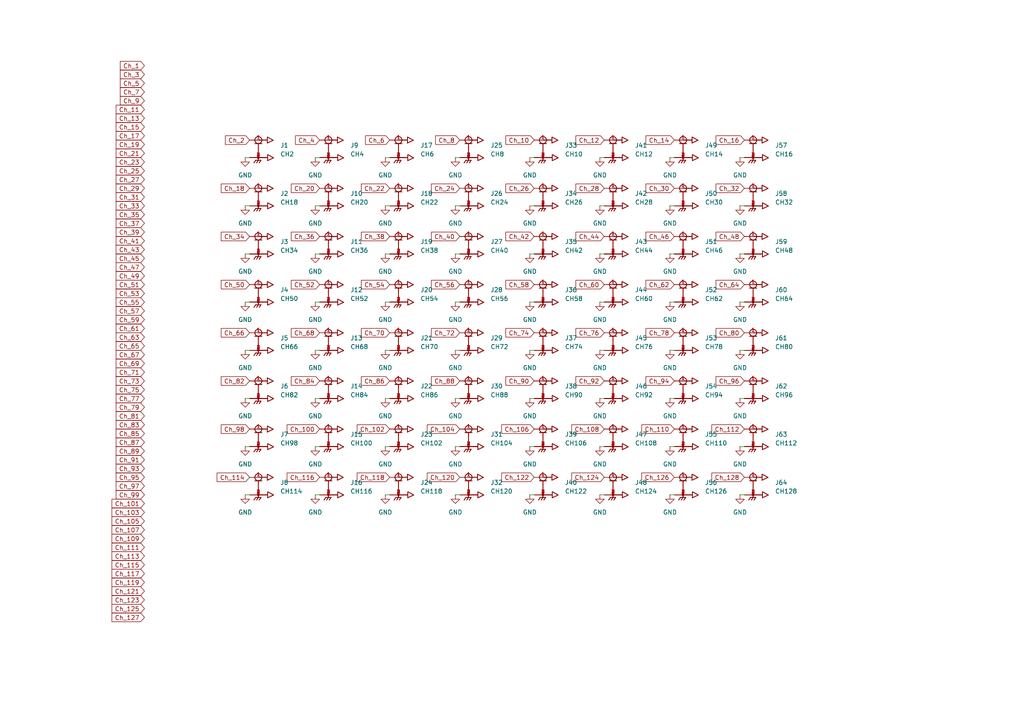
<source format=kicad_sch>
(kicad_sch (version 20231120) (generator "eeschema") (generator_version "8.0")
  (paper "A4")
  (wire (pts (xy 132.08 129.54) (xy 133.35 129.54)))
  (wire (pts (xy 71.12 73.66) (xy 72.39 73.66)))
  (wire (pts (xy 71.12 45.72) (xy 72.39 45.72)))
  (wire (pts (xy 214.63 143.51) (xy 215.9 143.51)))
  (wire (pts (xy 91.44 87.63) (xy 92.71 87.63)))
  (wire (pts (xy 91.44 115.57) (xy 92.71 115.57)))
  (wire (pts (xy 153.67 73.66) (xy 154.94 73.66)))
  (wire (pts (xy 194.31 87.63) (xy 195.58 87.63)))
  (wire (pts (xy 194.31 59.69) (xy 195.58 59.69)))
  (wire (pts (xy 153.67 143.51) (xy 154.94 143.51)))
  (wire (pts (xy 111.76 143.51) (xy 113.03 143.51)))
  (wire (pts (xy 173.99 73.66) (xy 175.26 73.66)))
  (wire (pts (xy 91.44 101.6) (xy 92.71 101.6)))
  (wire (pts (xy 153.67 45.72) (xy 154.94 45.72)))
  (wire (pts (xy 132.08 87.63) (xy 133.35 87.63)))
  (wire (pts (xy 111.76 101.6) (xy 113.03 101.6)))
  (wire (pts (xy 132.08 45.72) (xy 133.35 45.72)))
  (wire (pts (xy 111.76 73.66) (xy 113.03 73.66)))
  (wire (pts (xy 173.99 45.72) (xy 175.26 45.72)))
  (wire (pts (xy 91.44 129.54) (xy 92.71 129.54)))
  (wire (pts (xy 91.44 143.51) (xy 92.71 143.51)))
  (wire (pts (xy 71.12 115.57) (xy 72.39 115.57)))
  (wire (pts (xy 173.99 115.57) (xy 175.26 115.57)))
  (wire (pts (xy 214.63 129.54) (xy 215.9 129.54)))
  (wire (pts (xy 111.76 45.72) (xy 113.03 45.72)))
  (wire (pts (xy 111.76 115.57) (xy 113.03 115.57)))
  (wire (pts (xy 173.99 143.51) (xy 175.26 143.51)))
  (wire (pts (xy 153.67 115.57) (xy 154.94 115.57)))
  (wire (pts (xy 111.76 129.54) (xy 113.03 129.54)))
  (wire (pts (xy 214.63 87.63) (xy 215.9 87.63)))
  (wire (pts (xy 214.63 73.66) (xy 215.9 73.66)))
  (wire (pts (xy 153.67 87.63) (xy 154.94 87.63)))
  (wire (pts (xy 153.67 129.54) (xy 154.94 129.54)))
  (wire (pts (xy 111.76 59.69) (xy 113.03 59.69)))
  (wire (pts (xy 194.31 129.54) (xy 195.58 129.54)))
  (wire (pts (xy 173.99 129.54) (xy 175.26 129.54)))
  (wire (pts (xy 173.99 101.6) (xy 175.26 101.6)))
  (wire (pts (xy 132.08 59.69) (xy 133.35 59.69)))
  (wire (pts (xy 132.08 115.57) (xy 133.35 115.57)))
  (wire (pts (xy 194.31 101.6) (xy 195.58 101.6)))
  (wire (pts (xy 173.99 87.63) (xy 175.26 87.63)))
  (wire (pts (xy 71.12 87.63) (xy 72.39 87.63)))
  (wire (pts (xy 173.99 59.69) (xy 175.26 59.69)))
  (wire (pts (xy 71.12 59.69) (xy 72.39 59.69)))
  (wire (pts (xy 153.67 101.6) (xy 154.94 101.6)))
  (wire (pts (xy 214.63 45.72) (xy 215.9 45.72)))
  (wire (pts (xy 71.12 101.6) (xy 72.39 101.6)))
  (wire (pts (xy 71.12 129.54) (xy 72.39 129.54)))
  (wire (pts (xy 71.12 143.51) (xy 72.39 143.51)))
  (wire (pts (xy 194.31 73.66) (xy 195.58 73.66)))
  (wire (pts (xy 132.08 143.51) (xy 133.35 143.51)))
  (wire (pts (xy 111.76 87.63) (xy 113.03 87.63)))
  (wire (pts (xy 214.63 101.6) (xy 215.9 101.6)))
  (wire (pts (xy 91.44 59.69) (xy 92.71 59.69)))
  (wire (pts (xy 153.67 59.69) (xy 154.94 59.69)))
  (wire (pts (xy 91.44 45.72) (xy 92.71 45.72)))
  (wire (pts (xy 132.08 101.6) (xy 133.35 101.6)))
  (wire (pts (xy 91.44 73.66) (xy 92.71 73.66)))
  (wire (pts (xy 194.31 115.57) (xy 195.58 115.57)))
  (wire (pts (xy 194.31 45.72) (xy 195.58 45.72)))
  (wire (pts (xy 214.63 115.57) (xy 215.9 115.57)))
  (wire (pts (xy 194.31 143.51) (xy 195.58 143.51)))
  (wire (pts (xy 214.63 59.69) (xy 215.9 59.69)))
  (wire (pts (xy 132.08 73.66) (xy 133.35 73.66)))
  (global_label "Ch_11" (shape input) (at 41.91 31.75 180) (property "Intersheetrefs" "${INTERSHEET_REFS}" (effects (hide yes))))
  (global_label "Ch_115" (shape input) (at 41.91 163.83 180) (property "Intersheetrefs" "${INTERSHEET_REFS}" (effects (hide yes))))
  (global_label "Ch_75" (shape input) (at 41.91 113.03 180) (property "Intersheetrefs" "${INTERSHEET_REFS}" (effects (hide yes))))
  (global_label "Ch_47" (shape input) (at 41.91 77.47 180) (property "Intersheetrefs" "${INTERSHEET_REFS}" (effects (hide yes))))
  (global_label "Ch_111" (shape input) (at 41.91 158.75 180) (property "Intersheetrefs" "${INTERSHEET_REFS}" (effects (hide yes))))
  (global_label "Ch_102" (shape input) (at 113.03 124.46 180) (property "Intersheetrefs" "${INTERSHEET_REFS}" (effects (hide yes))))
  (global_label "Ch_103" (shape input) (at 41.91 148.59 180) (property "Intersheetrefs" "${INTERSHEET_REFS}" (effects (hide yes))))
  (global_label "Ch_49" (shape input) (at 41.91 80.01 180) (property "Intersheetrefs" "${INTERSHEET_REFS}" (effects (hide yes))))
  (global_label "Ch_43" (shape input) (at 41.91 72.39 180) (property "Intersheetrefs" "${INTERSHEET_REFS}" (effects (hide yes))))
  (global_label "Ch_36" (shape input) (at 92.71 68.58 180) (property "Intersheetrefs" "${INTERSHEET_REFS}" (effects (hide yes))))
  (global_label "Ch_58" (shape input) (at 154.94 82.55 180) (property "Intersheetrefs" "${INTERSHEET_REFS}" (effects (hide yes))))
  (global_label "Ch_88" (shape input) (at 133.35 110.49 180) (property "Intersheetrefs" "${INTERSHEET_REFS}" (effects (hide yes))))
  (global_label "Ch_95" (shape input) (at 41.91 138.43 180) (property "Intersheetrefs" "${INTERSHEET_REFS}" (effects (hide yes))))
  (global_label "Ch_109" (shape input) (at 41.91 156.21 180) (property "Intersheetrefs" "${INTERSHEET_REFS}" (effects (hide yes))))
  (global_label "Ch_9" (shape input) (at 41.91 29.21 180) (property "Intersheetrefs" "${INTERSHEET_REFS}" (effects (hide yes))))
  (global_label "Ch_97" (shape input) (at 41.91 140.97 180) (property "Intersheetrefs" "${INTERSHEET_REFS}" (effects (hide yes))))
  (global_label "Ch_1" (shape input) (at 41.91 19.05 180) (property "Intersheetrefs" "${INTERSHEET_REFS}" (effects (hide yes))))
  (global_label "Ch_90" (shape input) (at 154.94 110.49 180) (property "Intersheetrefs" "${INTERSHEET_REFS}" (effects (hide yes))))
  (global_label "Ch_29" (shape input) (at 41.91 54.61 180) (property "Intersheetrefs" "${INTERSHEET_REFS}" (effects (hide yes))))
  (global_label "Ch_79" (shape input) (at 41.91 118.11 180) (property "Intersheetrefs" "${INTERSHEET_REFS}" (effects (hide yes))))
  (global_label "Ch_104" (shape input) (at 133.35 124.46 180) (property "Intersheetrefs" "${INTERSHEET_REFS}" (effects (hide yes))))
  (global_label "Ch_13" (shape input) (at 41.91 34.29 180) (property "Intersheetrefs" "${INTERSHEET_REFS}" (effects (hide yes))))
  (global_label "Ch_42" (shape input) (at 154.94 68.58 180) (property "Intersheetrefs" "${INTERSHEET_REFS}" (effects (hide yes))))
  (global_label "Ch_84" (shape input) (at 92.71 110.49 180) (property "Intersheetrefs" "${INTERSHEET_REFS}" (effects (hide yes))))
  (global_label "Ch_89" (shape input) (at 41.91 130.81 180) (property "Intersheetrefs" "${INTERSHEET_REFS}" (effects (hide yes))))
  (global_label "Ch_52" (shape input) (at 92.71 82.55 180) (property "Intersheetrefs" "${INTERSHEET_REFS}" (effects (hide yes))))
  (global_label "Ch_34" (shape input) (at 72.39 68.58 180) (property "Intersheetrefs" "${INTERSHEET_REFS}" (effects (hide yes))))
  (global_label "Ch_114" (shape input) (at 72.39 138.43 180) (property "Intersheetrefs" "${INTERSHEET_REFS}" (effects (hide yes))))
  (global_label "Ch_31" (shape input) (at 41.91 57.15 180) (property "Intersheetrefs" "${INTERSHEET_REFS}" (effects (hide yes))))
  (global_label "Ch_86" (shape input) (at 113.03 110.49 180) (property "Intersheetrefs" "${INTERSHEET_REFS}" (effects (hide yes))))
  (global_label "Ch_61" (shape input) (at 41.91 95.25 180) (property "Intersheetrefs" "${INTERSHEET_REFS}" (effects (hide yes))))
  (global_label "Ch_18" (shape input) (at 72.39 54.61 180) (property "Intersheetrefs" "${INTERSHEET_REFS}" (effects (hide yes))))
  (global_label "Ch_106" (shape input) (at 154.94 124.46 180) (property "Intersheetrefs" "${INTERSHEET_REFS}" (effects (hide yes))))
  (global_label "Ch_87" (shape input) (at 41.91 128.27 180) (property "Intersheetrefs" "${INTERSHEET_REFS}" (effects (hide yes))))
  (global_label "Ch_74" (shape input) (at 154.94 96.52 180) (property "Intersheetrefs" "${INTERSHEET_REFS}" (effects (hide yes))))
  (global_label "Ch_105" (shape input) (at 41.91 151.13 180) (property "Intersheetrefs" "${INTERSHEET_REFS}" (effects (hide yes))))
  (global_label "Ch_72" (shape input) (at 133.35 96.52 180) (property "Intersheetrefs" "${INTERSHEET_REFS}" (effects (hide yes))))
  (global_label "Ch_121" (shape input) (at 41.91 171.45 180) (property "Intersheetrefs" "${INTERSHEET_REFS}" (effects (hide yes))))
  (global_label "Ch_55" (shape input) (at 41.91 87.63 180) (property "Intersheetrefs" "${INTERSHEET_REFS}" (effects (hide yes))))
  (global_label "Ch_39" (shape input) (at 41.91 67.31 180) (property "Intersheetrefs" "${INTERSHEET_REFS}" (effects (hide yes))))
  (global_label "Ch_81" (shape input) (at 41.91 120.65 180) (property "Intersheetrefs" "${INTERSHEET_REFS}" (effects (hide yes))))
  (global_label "Ch_113" (shape input) (at 41.91 161.29 180) (property "Intersheetrefs" "${INTERSHEET_REFS}" (effects (hide yes))))
  (global_label "Ch_53" (shape input) (at 41.91 85.09 180) (property "Intersheetrefs" "${INTERSHEET_REFS}" (effects (hide yes))))
  (global_label "Ch_59" (shape input) (at 41.91 92.71 180) (property "Intersheetrefs" "${INTERSHEET_REFS}" (effects (hide yes))))
  (global_label "Ch_100" (shape input) (at 92.71 124.46 180) (property "Intersheetrefs" "${INTERSHEET_REFS}" (effects (hide yes))))
  (global_label "Ch_56" (shape input) (at 133.35 82.55 180) (property "Intersheetrefs" "${INTERSHEET_REFS}" (effects (hide yes))))
  (global_label "Ch_30" (shape input) (at 195.58 54.61 180) (property "Intersheetrefs" "${INTERSHEET_REFS}" (effects (hide yes))))
  (global_label "Ch_8" (shape input) (at 133.35 40.64 180) (property "Intersheetrefs" "${INTERSHEET_REFS}" (effects (hide yes))))
  (global_label "Ch_119" (shape input) (at 41.91 168.91 180) (property "Intersheetrefs" "${INTERSHEET_REFS}" (effects (hide yes))))
  (global_label "Ch_69" (shape input) (at 41.91 105.41 180) (property "Intersheetrefs" "${INTERSHEET_REFS}" (effects (hide yes))))
  (global_label "Ch_15" (shape input) (at 41.91 36.83 180) (property "Intersheetrefs" "${INTERSHEET_REFS}" (effects (hide yes))))
  (global_label "Ch_76" (shape input) (at 175.26 96.52 180) (property "Intersheetrefs" "${INTERSHEET_REFS}" (effects (hide yes))))
  (global_label "Ch_108" (shape input) (at 175.26 124.46 180) (property "Intersheetrefs" "${INTERSHEET_REFS}" (effects (hide yes))))
  (global_label "Ch_120" (shape input) (at 133.35 138.43 180) (property "Intersheetrefs" "${INTERSHEET_REFS}" (effects (hide yes))))
  (global_label "Ch_37" (shape input) (at 41.91 64.77 180) (property "Intersheetrefs" "${INTERSHEET_REFS}" (effects (hide yes))))
  (global_label "Ch_14" (shape input) (at 195.58 40.64 180) (property "Intersheetrefs" "${INTERSHEET_REFS}" (effects (hide yes))))
  (global_label "Ch_45" (shape input) (at 41.91 74.93 180) (property "Intersheetrefs" "${INTERSHEET_REFS}" (effects (hide yes))))
  (global_label "Ch_12" (shape input) (at 175.26 40.64 180) (property "Intersheetrefs" "${INTERSHEET_REFS}" (effects (hide yes))))
  (global_label "Ch_27" (shape input) (at 41.91 52.07 180) (property "Intersheetrefs" "${INTERSHEET_REFS}" (effects (hide yes))))
  (global_label "Ch_4" (shape input) (at 92.71 40.64 180) (property "Intersheetrefs" "${INTERSHEET_REFS}" (effects (hide yes))))
  (global_label "Ch_21" (shape input) (at 41.91 44.45 180) (property "Intersheetrefs" "${INTERSHEET_REFS}" (effects (hide yes))))
  (global_label "Ch_91" (shape input) (at 41.91 133.35 180) (property "Intersheetrefs" "${INTERSHEET_REFS}" (effects (hide yes))))
  (global_label "Ch_25" (shape input) (at 41.91 49.53 180) (property "Intersheetrefs" "${INTERSHEET_REFS}" (effects (hide yes))))
  (global_label "Ch_65" (shape input) (at 41.91 100.33 180) (property "Intersheetrefs" "${INTERSHEET_REFS}" (effects (hide yes))))
  (global_label "Ch_118" (shape input) (at 113.03 138.43 180) (property "Intersheetrefs" "${INTERSHEET_REFS}" (effects (hide yes))))
  (global_label "Ch_24" (shape input) (at 133.35 54.61 180) (property "Intersheetrefs" "${INTERSHEET_REFS}" (effects (hide yes))))
  (global_label "Ch_32" (shape input) (at 215.9 54.61 180) (property "Intersheetrefs" "${INTERSHEET_REFS}" (effects (hide yes))))
  (global_label "Ch_77" (shape input) (at 41.91 115.57 180) (property "Intersheetrefs" "${INTERSHEET_REFS}" (effects (hide yes))))
  (global_label "Ch_123" (shape input) (at 41.91 173.99 180) (property "Intersheetrefs" "${INTERSHEET_REFS}" (effects (hide yes))))
  (global_label "Ch_126" (shape input) (at 195.58 138.43 180) (property "Intersheetrefs" "${INTERSHEET_REFS}" (effects (hide yes))))
  (global_label "Ch_3" (shape input) (at 41.91 21.59 180) (property "Intersheetrefs" "${INTERSHEET_REFS}" (effects (hide yes))))
  (global_label "Ch_48" (shape input) (at 215.9 68.58 180) (property "Intersheetrefs" "${INTERSHEET_REFS}" (effects (hide yes))))
  (global_label "Ch_16" (shape input) (at 215.9 40.64 180) (property "Intersheetrefs" "${INTERSHEET_REFS}" (effects (hide yes))))
  (global_label "Ch_7" (shape input) (at 41.91 26.67 180) (property "Intersheetrefs" "${INTERSHEET_REFS}" (effects (hide yes))))
  (global_label "Ch_85" (shape input) (at 41.91 125.73 180) (property "Intersheetrefs" "${INTERSHEET_REFS}" (effects (hide yes))))
  (global_label "Ch_83" (shape input) (at 41.91 123.19 180) (property "Intersheetrefs" "${INTERSHEET_REFS}" (effects (hide yes))))
  (global_label "Ch_35" (shape input) (at 41.91 62.23 180) (property "Intersheetrefs" "${INTERSHEET_REFS}" (effects (hide yes))))
  (global_label "Ch_22" (shape input) (at 113.03 54.61 180) (property "Intersheetrefs" "${INTERSHEET_REFS}" (effects (hide yes))))
  (global_label "Ch_38" (shape input) (at 113.03 68.58 180) (property "Intersheetrefs" "${INTERSHEET_REFS}" (effects (hide yes))))
  (global_label "Ch_107" (shape input) (at 41.91 153.67 180) (property "Intersheetrefs" "${INTERSHEET_REFS}" (effects (hide yes))))
  (global_label "Ch_67" (shape input) (at 41.91 102.87 180) (property "Intersheetrefs" "${INTERSHEET_REFS}" (effects (hide yes))))
  (global_label "Ch_80" (shape input) (at 215.9 96.52 180) (property "Intersheetrefs" "${INTERSHEET_REFS}" (effects (hide yes))))
  (global_label "Ch_41" (shape input) (at 41.91 69.85 180) (property "Intersheetrefs" "${INTERSHEET_REFS}" (effects (hide yes))))
  (global_label "Ch_26" (shape input) (at 154.94 54.61 180) (property "Intersheetrefs" "${INTERSHEET_REFS}" (effects (hide yes))))
  (global_label "Ch_82" (shape input) (at 72.39 110.49 180) (property "Intersheetrefs" "${INTERSHEET_REFS}" (effects (hide yes))))
  (global_label "Ch_46" (shape input) (at 195.58 68.58 180) (property "Intersheetrefs" "${INTERSHEET_REFS}" (effects (hide yes))))
  (global_label "Ch_117" (shape input) (at 41.91 166.37 180) (property "Intersheetrefs" "${INTERSHEET_REFS}" (effects (hide yes))))
  (global_label "Ch_116" (shape input) (at 92.71 138.43 180) (property "Intersheetrefs" "${INTERSHEET_REFS}" (effects (hide yes))))
  (global_label "Ch_92" (shape input) (at 175.26 110.49 180) (property "Intersheetrefs" "${INTERSHEET_REFS}" (effects (hide yes))))
  (global_label "Ch_33" (shape input) (at 41.91 59.69 180) (property "Intersheetrefs" "${INTERSHEET_REFS}" (effects (hide yes))))
  (global_label "Ch_54" (shape input) (at 113.03 82.55 180) (property "Intersheetrefs" "${INTERSHEET_REFS}" (effects (hide yes))))
  (global_label "Ch_70" (shape input) (at 113.03 96.52 180) (property "Intersheetrefs" "${INTERSHEET_REFS}" (effects (hide yes))))
  (global_label "Ch_110" (shape input) (at 195.58 124.46 180) (property "Intersheetrefs" "${INTERSHEET_REFS}" (effects (hide yes))))
  (global_label "Ch_63" (shape input) (at 41.91 97.79 180) (property "Intersheetrefs" "${INTERSHEET_REFS}" (effects (hide yes))))
  (global_label "Ch_60" (shape input) (at 175.26 82.55 180) (property "Intersheetrefs" "${INTERSHEET_REFS}" (effects (hide yes))))
  (global_label "Ch_112" (shape input) (at 215.9 124.46 180) (property "Intersheetrefs" "${INTERSHEET_REFS}" (effects (hide yes))))
  (global_label "Ch_101" (shape input) (at 41.91 146.05 180) (property "Intersheetrefs" "${INTERSHEET_REFS}" (effects (hide yes))))
  (global_label "Ch_99" (shape input) (at 41.91 143.51 180) (property "Intersheetrefs" "${INTERSHEET_REFS}" (effects (hide yes))))
  (global_label "Ch_20" (shape input) (at 92.71 54.61 180) (property "Intersheetrefs" "${INTERSHEET_REFS}" (effects (hide yes))))
  (global_label "Ch_96" (shape input) (at 215.9 110.49 180) (property "Intersheetrefs" "${INTERSHEET_REFS}" (effects (hide yes))))
  (global_label "Ch_17" (shape input) (at 41.91 39.37 180) (property "Intersheetrefs" "${INTERSHEET_REFS}" (effects (hide yes))))
  (global_label "Ch_5" (shape input) (at 41.91 24.13 180) (property "Intersheetrefs" "${INTERSHEET_REFS}" (effects (hide yes))))
  (global_label "Ch_127" (shape input) (at 41.91 179.07 180) (property "Intersheetrefs" "${INTERSHEET_REFS}" (effects (hide yes))))
  (global_label "Ch_40" (shape input) (at 133.35 68.58 180) (property "Intersheetrefs" "${INTERSHEET_REFS}" (effects (hide yes))))
  (global_label "Ch_71" (shape input) (at 41.91 107.95 180) (property "Intersheetrefs" "${INTERSHEET_REFS}" (effects (hide yes))))
  (global_label "Ch_2" (shape input) (at 72.39 40.64 180) (property "Intersheetrefs" "${INTERSHEET_REFS}" (effects (hide yes))))
  (global_label "Ch_94" (shape input) (at 195.58 110.49 180) (property "Intersheetrefs" "${INTERSHEET_REFS}" (effects (hide yes))))
  (global_label "Ch_125" (shape input) (at 41.91 176.53 180) (property "Intersheetrefs" "${INTERSHEET_REFS}" (effects (hide yes))))
  (global_label "Ch_57" (shape input) (at 41.91 90.17 180) (property "Intersheetrefs" "${INTERSHEET_REFS}" (effects (hide yes))))
  (global_label "Ch_10" (shape input) (at 154.94 40.64 180) (property "Intersheetrefs" "${INTERSHEET_REFS}" (effects (hide yes))))
  (global_label "Ch_44" (shape input) (at 175.26 68.58 180) (property "Intersheetrefs" "${INTERSHEET_REFS}" (effects (hide yes))))
  (global_label "Ch_124" (shape input) (at 175.26 138.43 180) (property "Intersheetrefs" "${INTERSHEET_REFS}" (effects (hide yes))))
  (global_label "Ch_23" (shape input) (at 41.91 46.99 180) (property "Intersheetrefs" "${INTERSHEET_REFS}" (effects (hide yes))))
  (global_label "Ch_28" (shape input) (at 175.26 54.61 180) (property "Intersheetrefs" "${INTERSHEET_REFS}" (effects (hide yes))))
  (global_label "Ch_19" (shape input) (at 41.91 41.91 180) (property "Intersheetrefs" "${INTERSHEET_REFS}" (effects (hide yes))))
  (global_label "Ch_98" (shape input) (at 72.39 124.46 180) (property "Intersheetrefs" "${INTERSHEET_REFS}" (effects (hide yes))))
  (global_label "Ch_64" (shape input) (at 215.9 82.55 180) (property "Intersheetrefs" "${INTERSHEET_REFS}" (effects (hide yes))))
  (global_label "Ch_78" (shape input) (at 195.58 96.52 180) (property "Intersheetrefs" "${INTERSHEET_REFS}" (effects (hide yes))))
  (global_label "Ch_128" (shape input) (at 215.9 138.43 180) (property "Intersheetrefs" "${INTERSHEET_REFS}" (effects (hide yes))))
  (global_label "Ch_73" (shape input) (at 41.91 110.49 180) (property "Intersheetrefs" "${INTERSHEET_REFS}" (effects (hide yes))))
  (global_label "Ch_62" (shape input) (at 195.58 82.55 180) (property "Intersheetrefs" "${INTERSHEET_REFS}" (effects (hide yes))))
  (global_label "Ch_50" (shape input) (at 72.39 82.55 180) (property "Intersheetrefs" "${INTERSHEET_REFS}" (effects (hide yes))))
  (global_label "Ch_51" (shape input) (at 41.91 82.55 180) (property "Intersheetrefs" "${INTERSHEET_REFS}" (effects (hide yes))))
  (global_label "Ch_122" (shape input) (at 154.94 138.43 180) (property "Intersheetrefs" "${INTERSHEET_REFS}" (effects (hide yes))))
  (global_label "Ch_68" (shape input) (at 92.71 96.52 180) (property "Intersheetrefs" "${INTERSHEET_REFS}" (effects (hide yes))))
  (global_label "Ch_6" (shape input) (at 113.03 40.64 180) (property "Intersheetrefs" "${INTERSHEET_REFS}" (effects (hide yes))))
  (global_label "Ch_66" (shape input) (at 72.39 96.52 180) (property "Intersheetrefs" "${INTERSHEET_REFS}" (effects (hide yes))))
  (global_label "Ch_93" (shape input) (at 41.91 135.89 180) (property "Intersheetrefs" "${INTERSHEET_REFS}" (effects (hide yes))))
  (symbol (lib_id "FARICH:20449-001E-03") (at 198.12 113.03 0) (unit 1)
    (property "Reference" "J54" (at 204.47 112.0139 0) (effects (justify left)))
    (property "Value" "CH94" (at 204.47 114.5539 0) (effects (justify left)))
    (property "Footprint" "IPEX:IPEX_20449-001E-03" (effects (hide yes)))
    (property "MF" "I-PEX" (effects (hide yes)))
    (property "Description_1" "\n1 POS Vertical SMD Small form factor with big performance through 6 GHz connector, RF, micro-coaxial MHF 4 Receptacle\n" (effects (hide yes)))
    (property "Package" "None" (effects (hide yes)))
    (property "Price" "None" (effects (hide yes)))
    (property "Check_prices" "https://www.snapeda.com/parts/20449-001E-03/I-PEX/view-part/?ref=eda" (effects (hide yes)))
    (property "PARTREV" "5" (effects (hide yes)))
    (property "SnapEDA_Link" "https://www.snapeda.com/parts/20449-001E-03/I-PEX/view-part/?ref=snap" (effects (hide yes)))
    (property "MP" "20449-001E-03" (effects (hide yes)))
    (property "Purchase-URL" "https://www.snapeda.com/api/url_track_click_mouser/?unipart_id=3220640&manufacturer=I-PEX&part_name=20449-001E-03&search_term=ipex" (effects (hide yes)))
    (property "Availability" "In Stock" (effects (hide yes)))
    (property "STANDART" "Manufacturer Recomendations" (effects (hide yes)))
  )
  (symbol (lib_id "power:GND") (at 71.12 115.57 0) (unit 1)
    (property "Reference" "#PWR07" (effects (hide yes)))
    (property "Value" "GND" (at 71.12 120.65 0))
    (property "Description" "Power symbol creates a global label with name \"GND\" , ground" (effects (hide yes)))
  )
  (symbol (lib_id "power:GND") (at 153.67 143.51 0) (unit 1)
    (property "Reference" "#PWR041" (effects (hide yes)))
    (property "Value" "GND" (at 153.67 148.59 0))
    (property "Description" "Power symbol creates a global label with name \"GND\" , ground" (effects (hide yes)))
  )
  (symbol (lib_id "power:GND") (at 132.08 73.66 0) (unit 1)
    (property "Reference" "#PWR028" (effects (hide yes)))
    (property "Value" "GND" (at 132.08 78.74 0))
    (property "Description" "Power symbol creates a global label with name \"GND\" , ground" (effects (hide yes)))
  )
  (symbol (lib_id "power:GND") (at 71.12 143.51 0) (unit 1)
    (property "Reference" "#PWR09" (effects (hide yes)))
    (property "Value" "GND" (at 71.12 148.59 0))
    (property "Description" "Power symbol creates a global label with name \"GND\" , ground" (effects (hide yes)))
  )
  (symbol (lib_id "power:GND") (at 71.12 129.54 0) (unit 1)
    (property "Reference" "#PWR08" (effects (hide yes)))
    (property "Value" "GND" (at 71.12 134.62 0))
    (property "Description" "Power symbol creates a global label with name \"GND\" , ground" (effects (hide yes)))
  )
  (symbol (lib_id "FARICH:20449-001E-03") (at 95.25 140.97 0) (unit 1)
    (property "Reference" "J16" (at 101.6 139.9539 0) (effects (justify left)))
    (property "Value" "CH116" (at 101.6 142.4939 0) (effects (justify left)))
    (property "Footprint" "IPEX:IPEX_20449-001E-03" (effects (hide yes)))
    (property "MF" "I-PEX" (effects (hide yes)))
    (property "Description_1" "\n1 POS Vertical SMD Small form factor with big performance through 6 GHz connector, RF, micro-coaxial MHF 4 Receptacle\n" (effects (hide yes)))
    (property "Package" "None" (effects (hide yes)))
    (property "Price" "None" (effects (hide yes)))
    (property "Check_prices" "https://www.snapeda.com/parts/20449-001E-03/I-PEX/view-part/?ref=eda" (effects (hide yes)))
    (property "PARTREV" "5" (effects (hide yes)))
    (property "SnapEDA_Link" "https://www.snapeda.com/parts/20449-001E-03/I-PEX/view-part/?ref=snap" (effects (hide yes)))
    (property "MP" "20449-001E-03" (effects (hide yes)))
    (property "Purchase-URL" "https://www.snapeda.com/api/url_track_click_mouser/?unipart_id=3220640&manufacturer=I-PEX&part_name=20449-001E-03&search_term=ipex" (effects (hide yes)))
    (property "Availability" "In Stock" (effects (hide yes)))
    (property "STANDART" "Manufacturer Recomendations" (effects (hide yes)))
  )
  (symbol (lib_id "power:GND") (at 153.67 45.72 0) (unit 1)
    (property "Reference" "#PWR034" (effects (hide yes)))
    (property "Value" "GND" (at 153.67 50.8 0))
    (property "Description" "Power symbol creates a global label with name \"GND\" , ground" (effects (hide yes)))
  )
  (symbol (lib_id "power:GND") (at 153.67 101.6 0) (unit 1)
    (property "Reference" "#PWR038" (effects (hide yes)))
    (property "Value" "GND" (at 153.67 106.68 0))
    (property "Description" "Power symbol creates a global label with name \"GND\" , ground" (effects (hide yes)))
  )
  (symbol (lib_id "power:GND") (at 214.63 87.63 0) (unit 1)
    (property "Reference" "#PWR061" (effects (hide yes)))
    (property "Value" "GND" (at 214.63 92.71 0))
    (property "Description" "Power symbol creates a global label with name \"GND\" , ground" (effects (hide yes)))
  )
  (symbol (lib_id "FARICH:20449-001E-03") (at 198.12 85.09 0) (unit 1)
    (property "Reference" "J52" (at 204.47 84.0739 0) (effects (justify left)))
    (property "Value" "CH62" (at 204.47 86.6139 0) (effects (justify left)))
    (property "Footprint" "IPEX:IPEX_20449-001E-03" (effects (hide yes)))
    (property "MF" "I-PEX" (effects (hide yes)))
    (property "Description_1" "\n1 POS Vertical SMD Small form factor with big performance through 6 GHz connector, RF, micro-coaxial MHF 4 Receptacle\n" (effects (hide yes)))
    (property "Package" "None" (effects (hide yes)))
    (property "Price" "None" (effects (hide yes)))
    (property "Check_prices" "https://www.snapeda.com/parts/20449-001E-03/I-PEX/view-part/?ref=eda" (effects (hide yes)))
    (property "PARTREV" "5" (effects (hide yes)))
    (property "SnapEDA_Link" "https://www.snapeda.com/parts/20449-001E-03/I-PEX/view-part/?ref=snap" (effects (hide yes)))
    (property "MP" "20449-001E-03" (effects (hide yes)))
    (property "Purchase-URL" "https://www.snapeda.com/api/url_track_click_mouser/?unipart_id=3220640&manufacturer=I-PEX&part_name=20449-001E-03&search_term=ipex" (effects (hide yes)))
    (property "Availability" "In Stock" (effects (hide yes)))
    (property "STANDART" "Manufacturer Recomendations" (effects (hide yes)))
  )
  (symbol (lib_id "FARICH:20449-001E-03") (at 135.89 99.06 0) (unit 1)
    (property "Reference" "J29" (at 142.24 98.0439 0) (effects (justify left)))
    (property "Value" "CH72" (at 142.24 100.5839 0) (effects (justify left)))
    (property "Footprint" "IPEX:IPEX_20449-001E-03" (effects (hide yes)))
    (property "MF" "I-PEX" (effects (hide yes)))
    (property "Description_1" "\n1 POS Vertical SMD Small form factor with big performance through 6 GHz connector, RF, micro-coaxial MHF 4 Receptacle\n" (effects (hide yes)))
    (property "Package" "None" (effects (hide yes)))
    (property "Price" "None" (effects (hide yes)))
    (property "Check_prices" "https://www.snapeda.com/parts/20449-001E-03/I-PEX/view-part/?ref=eda" (effects (hide yes)))
    (property "PARTREV" "5" (effects (hide yes)))
    (property "SnapEDA_Link" "https://www.snapeda.com/parts/20449-001E-03/I-PEX/view-part/?ref=snap" (effects (hide yes)))
    (property "MP" "20449-001E-03" (effects (hide yes)))
    (property "Purchase-URL" "https://www.snapeda.com/api/url_track_click_mouser/?unipart_id=3220640&manufacturer=I-PEX&part_name=20449-001E-03&search_term=ipex" (effects (hide yes)))
    (property "Availability" "In Stock" (effects (hide yes)))
    (property "STANDART" "Manufacturer Recomendations" (effects (hide yes)))
  )
  (symbol (lib_id "FARICH:20449-001E-03") (at 218.44 57.15 0) (unit 1)
    (property "Reference" "J58" (at 224.79 56.1339 0) (effects (justify left)))
    (property "Value" "CH32" (at 224.79 58.6739 0) (effects (justify left)))
    (property "Footprint" "IPEX:IPEX_20449-001E-03" (effects (hide yes)))
    (property "MF" "I-PEX" (effects (hide yes)))
    (property "Description_1" "\n1 POS Vertical SMD Small form factor with big performance through 6 GHz connector, RF, micro-coaxial MHF 4 Receptacle\n" (effects (hide yes)))
    (property "Package" "None" (effects (hide yes)))
    (property "Price" "None" (effects (hide yes)))
    (property "Check_prices" "https://www.snapeda.com/parts/20449-001E-03/I-PEX/view-part/?ref=eda" (effects (hide yes)))
    (property "PARTREV" "5" (effects (hide yes)))
    (property "SnapEDA_Link" "https://www.snapeda.com/parts/20449-001E-03/I-PEX/view-part/?ref=snap" (effects (hide yes)))
    (property "MP" "20449-001E-03" (effects (hide yes)))
    (property "Purchase-URL" "https://www.snapeda.com/api/url_track_click_mouser/?unipart_id=3220640&manufacturer=I-PEX&part_name=20449-001E-03&search_term=ipex" (effects (hide yes)))
    (property "Availability" "In Stock" (effects (hide yes)))
    (property "STANDART" "Manufacturer Recomendations" (effects (hide yes)))
  )
  (symbol (lib_id "power:GND") (at 214.63 101.6 0) (unit 1)
    (property "Reference" "#PWR062" (effects (hide yes)))
    (property "Value" "GND" (at 214.63 106.68 0))
    (property "Description" "Power symbol creates a global label with name \"GND\" , ground" (effects (hide yes)))
  )
  (symbol (lib_id "power:GND") (at 153.67 129.54 0) (unit 1)
    (property "Reference" "#PWR040" (effects (hide yes)))
    (property "Value" "GND" (at 153.67 134.62 0))
    (property "Description" "Power symbol creates a global label with name \"GND\" , ground" (effects (hide yes)))
  )
  (symbol (lib_id "power:GND") (at 132.08 45.72 0) (unit 1)
    (property "Reference" "#PWR026" (effects (hide yes)))
    (property "Value" "GND" (at 132.08 50.8 0))
    (property "Description" "Power symbol creates a global label with name \"GND\" , ground" (effects (hide yes)))
  )
  (symbol (lib_id "FARICH:20449-001E-03") (at 95.25 85.09 0) (unit 1)
    (property "Reference" "J12" (at 101.6 84.0739 0) (effects (justify left)))
    (property "Value" "CH52" (at 101.6 86.6139 0) (effects (justify left)))
    (property "Footprint" "IPEX:IPEX_20449-001E-03" (effects (hide yes)))
    (property "MF" "I-PEX" (effects (hide yes)))
    (property "Description_1" "\n1 POS Vertical SMD Small form factor with big performance through 6 GHz connector, RF, micro-coaxial MHF 4 Receptacle\n" (effects (hide yes)))
    (property "Package" "None" (effects (hide yes)))
    (property "Price" "None" (effects (hide yes)))
    (property "Check_prices" "https://www.snapeda.com/parts/20449-001E-03/I-PEX/view-part/?ref=eda" (effects (hide yes)))
    (property "PARTREV" "5" (effects (hide yes)))
    (property "SnapEDA_Link" "https://www.snapeda.com/parts/20449-001E-03/I-PEX/view-part/?ref=snap" (effects (hide yes)))
    (property "MP" "20449-001E-03" (effects (hide yes)))
    (property "Purchase-URL" "https://www.snapeda.com/api/url_track_click_mouser/?unipart_id=3220640&manufacturer=I-PEX&part_name=20449-001E-03&search_term=ipex" (effects (hide yes)))
    (property "Availability" "In Stock" (effects (hide yes)))
    (property "STANDART" "Manufacturer Recomendations" (effects (hide yes)))
  )
  (symbol (lib_id "power:GND") (at 214.63 129.54 0) (unit 1)
    (property "Reference" "#PWR064" (effects (hide yes)))
    (property "Value" "GND" (at 214.63 134.62 0))
    (property "Description" "Power symbol creates a global label with name \"GND\" , ground" (effects (hide yes)))
  )
  (symbol (lib_id "power:GND") (at 111.76 143.51 0) (unit 1)
    (property "Reference" "#PWR025" (effects (hide yes)))
    (property "Value" "GND" (at 111.76 148.59 0))
    (property "Description" "Power symbol creates a global label with name \"GND\" , ground" (effects (hide yes)))
  )
  (symbol (lib_id "power:GND") (at 153.67 115.57 0) (unit 1)
    (property "Reference" "#PWR039" (effects (hide yes)))
    (property "Value" "GND" (at 153.67 120.65 0))
    (property "Description" "Power symbol creates a global label with name \"GND\" , ground" (effects (hide yes)))
  )
  (symbol (lib_id "power:GND") (at 111.76 101.6 0) (unit 1)
    (property "Reference" "#PWR022" (effects (hide yes)))
    (property "Value" "GND" (at 111.76 106.68 0))
    (property "Description" "Power symbol creates a global label with name \"GND\" , ground" (effects (hide yes)))
  )
  (symbol (lib_id "power:GND") (at 173.99 45.72 0) (unit 1)
    (property "Reference" "#PWR042" (effects (hide yes)))
    (property "Value" "GND" (at 173.99 50.8 0))
    (property "Description" "Power symbol creates a global label with name \"GND\" , ground" (effects (hide yes)))
  )
  (symbol (lib_id "FARICH:20449-001E-03") (at 177.8 140.97 0) (unit 1)
    (property "Reference" "J48" (at 184.15 139.9539 0) (effects (justify left)))
    (property "Value" "CH124" (at 184.15 142.4939 0) (effects (justify left)))
    (property "Footprint" "IPEX:IPEX_20449-001E-03" (effects (hide yes)))
    (property "MF" "I-PEX" (effects (hide yes)))
    (property "Description_1" "\n1 POS Vertical SMD Small form factor with big performance through 6 GHz connector, RF, micro-coaxial MHF 4 Receptacle\n" (effects (hide yes)))
    (property "Package" "None" (effects (hide yes)))
    (property "Price" "None" (effects (hide yes)))
    (property "Check_prices" "https://www.snapeda.com/parts/20449-001E-03/I-PEX/view-part/?ref=eda" (effects (hide yes)))
    (property "PARTREV" "5" (effects (hide yes)))
    (property "SnapEDA_Link" "https://www.snapeda.com/parts/20449-001E-03/I-PEX/view-part/?ref=snap" (effects (hide yes)))
    (property "MP" "20449-001E-03" (effects (hide yes)))
    (property "Purchase-URL" "https://www.snapeda.com/api/url_track_click_mouser/?unipart_id=3220640&manufacturer=I-PEX&part_name=20449-001E-03&search_term=ipex" (effects (hide yes)))
    (property "Availability" "In Stock" (effects (hide yes)))
    (property "STANDART" "Manufacturer Recomendations" (effects (hide yes)))
  )
  (symbol (lib_id "FARICH:20449-001E-03") (at 74.93 113.03 0) (unit 1)
    (property "Reference" "J6" (at 81.28 112.0139 0) (effects (justify left)))
    (property "Value" "CH82" (at 81.28 114.5539 0) (effects (justify left)))
    (property "Footprint" "IPEX:IPEX_20449-001E-03" (effects (hide yes)))
    (property "MF" "I-PEX" (effects (hide yes)))
    (property "Description_1" "\n1 POS Vertical SMD Small form factor with big performance through 6 GHz connector, RF, micro-coaxial MHF 4 Receptacle\n" (effects (hide yes)))
    (property "Package" "None" (effects (hide yes)))
    (property "Price" "None" (effects (hide yes)))
    (property "Check_prices" "https://www.snapeda.com/parts/20449-001E-03/I-PEX/view-part/?ref=eda" (effects (hide yes)))
    (property "PARTREV" "5" (effects (hide yes)))
    (property "SnapEDA_Link" "https://www.snapeda.com/parts/20449-001E-03/I-PEX/view-part/?ref=snap" (effects (hide yes)))
    (property "MP" "20449-001E-03" (effects (hide yes)))
    (property "Purchase-URL" "https://www.snapeda.com/api/url_track_click_mouser/?unipart_id=3220640&manufacturer=I-PEX&part_name=20449-001E-03&search_term=ipex" (effects (hide yes)))
    (property "Availability" "In Stock" (effects (hide yes)))
    (property "STANDART" "Manufacturer Recomendations" (effects (hide yes)))
  )
  (symbol (lib_id "power:GND") (at 91.44 143.51 0) (unit 1)
    (property "Reference" "#PWR017" (effects (hide yes)))
    (property "Value" "GND" (at 91.44 148.59 0))
    (property "Description" "Power symbol creates a global label with name \"GND\" , ground" (effects (hide yes)))
  )
  (symbol (lib_id "power:GND") (at 132.08 115.57 0) (unit 1)
    (property "Reference" "#PWR031" (effects (hide yes)))
    (property "Value" "GND" (at 132.08 120.65 0))
    (property "Description" "Power symbol creates a global label with name \"GND\" , ground" (effects (hide yes)))
  )
  (symbol (lib_id "power:GND") (at 111.76 73.66 0) (unit 1)
    (property "Reference" "#PWR020" (effects (hide yes)))
    (property "Value" "GND" (at 111.76 78.74 0))
    (property "Description" "Power symbol creates a global label with name \"GND\" , ground" (effects (hide yes)))
  )
  (symbol (lib_id "power:GND") (at 214.63 59.69 0) (unit 1)
    (property "Reference" "#PWR059" (effects (hide yes)))
    (property "Value" "GND" (at 214.63 64.77 0))
    (property "Description" "Power symbol creates a global label with name \"GND\" , ground" (effects (hide yes)))
  )
  (symbol (lib_id "FARICH:20449-001E-03") (at 218.44 140.97 0) (unit 1)
    (property "Reference" "J64" (at 224.79 139.9539 0) (effects (justify left)))
    (property "Value" "CH128" (at 224.79 142.4939 0) (effects (justify left)))
    (property "Footprint" "IPEX:IPEX_20449-001E-03" (effects (hide yes)))
    (property "MF" "I-PEX" (effects (hide yes)))
    (property "Description_1" "\n1 POS Vertical SMD Small form factor with big performance through 6 GHz connector, RF, micro-coaxial MHF 4 Receptacle\n" (effects (hide yes)))
    (property "Package" "None" (effects (hide yes)))
    (property "Price" "None" (effects (hide yes)))
    (property "Check_prices" "https://www.snapeda.com/parts/20449-001E-03/I-PEX/view-part/?ref=eda" (effects (hide yes)))
    (property "PARTREV" "5" (effects (hide yes)))
    (property "SnapEDA_Link" "https://www.snapeda.com/parts/20449-001E-03/I-PEX/view-part/?ref=snap" (effects (hide yes)))
    (property "MP" "20449-001E-03" (effects (hide yes)))
    (property "Purchase-URL" "https://www.snapeda.com/api/url_track_click_mouser/?unipart_id=3220640&manufacturer=I-PEX&part_name=20449-001E-03&search_term=ipex" (effects (hide yes)))
    (property "Availability" "In Stock" (effects (hide yes)))
    (property "STANDART" "Manufacturer Recomendations" (effects (hide yes)))
  )
  (symbol (lib_id "FARICH:20449-001E-03") (at 157.48 57.15 0) (unit 1)
    (property "Reference" "J34" (at 163.83 56.1339 0) (effects (justify left)))
    (property "Value" "CH26" (at 163.83 58.6739 0) (effects (justify left)))
    (property "Footprint" "IPEX:IPEX_20449-001E-03" (effects (hide yes)))
    (property "MF" "I-PEX" (effects (hide yes)))
    (property "Description_1" "\n1 POS Vertical SMD Small form factor with big performance through 6 GHz connector, RF, micro-coaxial MHF 4 Receptacle\n" (effects (hide yes)))
    (property "Package" "None" (effects (hide yes)))
    (property "Price" "None" (effects (hide yes)))
    (property "Check_prices" "https://www.snapeda.com/parts/20449-001E-03/I-PEX/view-part/?ref=eda" (effects (hide yes)))
    (property "PARTREV" "5" (effects (hide yes)))
    (property "SnapEDA_Link" "https://www.snapeda.com/parts/20449-001E-03/I-PEX/view-part/?ref=snap" (effects (hide yes)))
    (property "MP" "20449-001E-03" (effects (hide yes)))
    (property "Purchase-URL" "https://www.snapeda.com/api/url_track_click_mouser/?unipart_id=3220640&manufacturer=I-PEX&part_name=20449-001E-03&search_term=ipex" (effects (hide yes)))
    (property "Availability" "In Stock" (effects (hide yes)))
    (property "STANDART" "Manufacturer Recomendations" (effects (hide yes)))
  )
  (symbol (lib_id "FARICH:20449-001E-03") (at 135.89 113.03 0) (unit 1)
    (property "Reference" "J30" (at 142.24 112.0139 0) (effects (justify left)))
    (property "Value" "CH88" (at 142.24 114.5539 0) (effects (justify left)))
    (property "Footprint" "IPEX:IPEX_20449-001E-03" (effects (hide yes)))
    (property "MF" "I-PEX" (effects (hide yes)))
    (property "Description_1" "\n1 POS Vertical SMD Small form factor with big performance through 6 GHz connector, RF, micro-coaxial MHF 4 Receptacle\n" (effects (hide yes)))
    (property "Package" "None" (effects (hide yes)))
    (property "Price" "None" (effects (hide yes)))
    (property "Check_prices" "https://www.snapeda.com/parts/20449-001E-03/I-PEX/view-part/?ref=eda" (effects (hide yes)))
    (property "PARTREV" "5" (effects (hide yes)))
    (property "SnapEDA_Link" "https://www.snapeda.com/parts/20449-001E-03/I-PEX/view-part/?ref=snap" (effects (hide yes)))
    (property "MP" "20449-001E-03" (effects (hide yes)))
    (property "Purchase-URL" "https://www.snapeda.com/api/url_track_click_mouser/?unipart_id=3220640&manufacturer=I-PEX&part_name=20449-001E-03&search_term=ipex" (effects (hide yes)))
    (property "Availability" "In Stock" (effects (hide yes)))
    (property "STANDART" "Manufacturer Recomendations" (effects (hide yes)))
  )
  (symbol (lib_id "FARICH:20449-001E-03") (at 157.48 140.97 0) (unit 1)
    (property "Reference" "J40" (at 163.83 139.9539 0) (effects (justify left)))
    (property "Value" "CH122" (at 163.83 142.4939 0) (effects (justify left)))
    (property "Footprint" "IPEX:IPEX_20449-001E-03" (effects (hide yes)))
    (property "MF" "I-PEX" (effects (hide yes)))
    (property "Description_1" "\n1 POS Vertical SMD Small form factor with big performance through 6 GHz connector, RF, micro-coaxial MHF 4 Receptacle\n" (effects (hide yes)))
    (property "Package" "None" (effects (hide yes)))
    (property "Price" "None" (effects (hide yes)))
    (property "Check_prices" "https://www.snapeda.com/parts/20449-001E-03/I-PEX/view-part/?ref=eda" (effects (hide yes)))
    (property "PARTREV" "5" (effects (hide yes)))
    (property "SnapEDA_Link" "https://www.snapeda.com/parts/20449-001E-03/I-PEX/view-part/?ref=snap" (effects (hide yes)))
    (property "MP" "20449-001E-03" (effects (hide yes)))
    (property "Purchase-URL" "https://www.snapeda.com/api/url_track_click_mouser/?unipart_id=3220640&manufacturer=I-PEX&part_name=20449-001E-03&search_term=ipex" (effects (hide yes)))
    (property "Availability" "In Stock" (effects (hide yes)))
    (property "STANDART" "Manufacturer Recomendations" (effects (hide yes)))
  )
  (symbol (lib_id "FARICH:20449-001E-03") (at 115.57 85.09 0) (unit 1)
    (property "Reference" "J20" (at 121.92 84.0739 0) (effects (justify left)))
    (property "Value" "CH54" (at 121.92 86.6139 0) (effects (justify left)))
    (property "Footprint" "IPEX:IPEX_20449-001E-03" (effects (hide yes)))
    (property "MF" "I-PEX" (effects (hide yes)))
    (property "Description_1" "\n1 POS Vertical SMD Small form factor with big performance through 6 GHz connector, RF, micro-coaxial MHF 4 Receptacle\n" (effects (hide yes)))
    (property "Package" "None" (effects (hide yes)))
    (property "Price" "None" (effects (hide yes)))
    (property "Check_prices" "https://www.snapeda.com/parts/20449-001E-03/I-PEX/view-part/?ref=eda" (effects (hide yes)))
    (property "PARTREV" "5" (effects (hide yes)))
    (property "SnapEDA_Link" "https://www.snapeda.com/parts/20449-001E-03/I-PEX/view-part/?ref=snap" (effects (hide yes)))
    (property "MP" "20449-001E-03" (effects (hide yes)))
    (property "Purchase-URL" "https://www.snapeda.com/api/url_track_click_mouser/?unipart_id=3220640&manufacturer=I-PEX&part_name=20449-001E-03&search_term=ipex" (effects (hide yes)))
    (property "Availability" "In Stock" (effects (hide yes)))
    (property "STANDART" "Manufacturer Recomendations" (effects (hide yes)))
  )
  (symbol (lib_id "power:GND") (at 91.44 59.69 0) (unit 1)
    (property "Reference" "#PWR011" (effects (hide yes)))
    (property "Value" "GND" (at 91.44 64.77 0))
    (property "Description" "Power symbol creates a global label with name \"GND\" , ground" (effects (hide yes)))
  )
  (symbol (lib_id "FARICH:20449-001E-03") (at 74.93 85.09 0) (unit 1)
    (property "Reference" "J4" (at 81.28 84.0739 0) (effects (justify left)))
    (property "Value" "CH50" (at 81.28 86.6139 0) (effects (justify left)))
    (property "Footprint" "IPEX:IPEX_20449-001E-03" (effects (hide yes)))
    (property "MF" "I-PEX" (effects (hide yes)))
    (property "Description_1" "\n1 POS Vertical SMD Small form factor with big performance through 6 GHz connector, RF, micro-coaxial MHF 4 Receptacle\n" (effects (hide yes)))
    (property "Package" "None" (effects (hide yes)))
    (property "Price" "None" (effects (hide yes)))
    (property "Check_prices" "https://www.snapeda.com/parts/20449-001E-03/I-PEX/view-part/?ref=eda" (effects (hide yes)))
    (property "PARTREV" "5" (effects (hide yes)))
    (property "SnapEDA_Link" "https://www.snapeda.com/parts/20449-001E-03/I-PEX/view-part/?ref=snap" (effects (hide yes)))
    (property "MP" "20449-001E-03" (effects (hide yes)))
    (property "Purchase-URL" "https://www.snapeda.com/api/url_track_click_mouser/?unipart_id=3220640&manufacturer=I-PEX&part_name=20449-001E-03&search_term=ipex" (effects (hide yes)))
    (property "Availability" "In Stock" (effects (hide yes)))
    (property "STANDART" "Manufacturer Recomendations" (effects (hide yes)))
  )
  (symbol (lib_id "power:GND") (at 132.08 129.54 0) (unit 1)
    (property "Reference" "#PWR032" (effects (hide yes)))
    (property "Value" "GND" (at 132.08 134.62 0))
    (property "Description" "Power symbol creates a global label with name \"GND\" , ground" (effects (hide yes)))
  )
  (symbol (lib_id "power:GND") (at 132.08 59.69 0) (unit 1)
    (property "Reference" "#PWR027" (effects (hide yes)))
    (property "Value" "GND" (at 132.08 64.77 0))
    (property "Description" "Power symbol creates a global label with name \"GND\" , ground" (effects (hide yes)))
  )
  (symbol (lib_id "power:GND") (at 194.31 45.72 0) (unit 1)
    (property "Reference" "#PWR050" (effects (hide yes)))
    (property "Value" "GND" (at 194.31 50.8 0))
    (property "Description" "Power symbol creates a global label with name \"GND\" , ground" (effects (hide yes)))
  )
  (symbol (lib_id "FARICH:20449-001E-03") (at 115.57 127 0) (unit 1)
    (property "Reference" "J23" (at 121.92 125.9839 0) (effects (justify left)))
    (property "Value" "CH102" (at 121.92 128.5239 0) (effects (justify left)))
    (property "Footprint" "IPEX:IPEX_20449-001E-03" (effects (hide yes)))
    (property "MF" "I-PEX" (effects (hide yes)))
    (property "Description_1" "\n1 POS Vertical SMD Small form factor with big performance through 6 GHz connector, RF, micro-coaxial MHF 4 Receptacle\n" (effects (hide yes)))
    (property "Package" "None" (effects (hide yes)))
    (property "Price" "None" (effects (hide yes)))
    (property "Check_prices" "https://www.snapeda.com/parts/20449-001E-03/I-PEX/view-part/?ref=eda" (effects (hide yes)))
    (property "PARTREV" "5" (effects (hide yes)))
    (property "SnapEDA_Link" "https://www.snapeda.com/parts/20449-001E-03/I-PEX/view-part/?ref=snap" (effects (hide yes)))
    (property "MP" "20449-001E-03" (effects (hide yes)))
    (property "Purchase-URL" "https://www.snapeda.com/api/url_track_click_mouser/?unipart_id=3220640&manufacturer=I-PEX&part_name=20449-001E-03&search_term=ipex" (effects (hide yes)))
    (property "Availability" "In Stock" (effects (hide yes)))
    (property "STANDART" "Manufacturer Recomendations" (effects (hide yes)))
  )
  (symbol (lib_id "power:GND") (at 173.99 87.63 0) (unit 1)
    (property "Reference" "#PWR045" (effects (hide yes)))
    (property "Value" "GND" (at 173.99 92.71 0))
    (property "Description" "Power symbol creates a global label with name \"GND\" , ground" (effects (hide yes)))
  )
  (symbol (lib_id "FARICH:20449-001E-03") (at 95.25 43.18 0) (unit 1)
    (property "Reference" "J9" (at 101.6 42.1639 0) (effects (justify left)))
    (property "Value" "CH4" (at 101.6 44.7039 0) (effects (justify left)))
    (property "Footprint" "IPEX:IPEX_20449-001E-03" (effects (hide yes)))
    (property "MF" "I-PEX" (effects (hide yes)))
    (property "Description_1" "\n1 POS Vertical SMD Small form factor with big performance through 6 GHz connector, RF, micro-coaxial MHF 4 Receptacle\n" (effects (hide yes)))
    (property "Package" "None" (effects (hide yes)))
    (property "Price" "None" (effects (hide yes)))
    (property "Check_prices" "https://www.snapeda.com/parts/20449-001E-03/I-PEX/view-part/?ref=eda" (effects (hide yes)))
    (property "PARTREV" "5" (effects (hide yes)))
    (property "SnapEDA_Link" "https://www.snapeda.com/parts/20449-001E-03/I-PEX/view-part/?ref=snap" (effects (hide yes)))
    (property "MP" "20449-001E-03" (effects (hide yes)))
    (property "Purchase-URL" "https://www.snapeda.com/api/url_track_click_mouser/?unipart_id=3220640&manufacturer=I-PEX&part_name=20449-001E-03&search_term=ipex" (effects (hide yes)))
    (property "Availability" "In Stock" (effects (hide yes)))
    (property "STANDART" "Manufacturer Recomendations" (effects (hide yes)))
  )
  (symbol (lib_id "FARICH:20449-001E-03") (at 135.89 85.09 0) (unit 1)
    (property "Reference" "J28" (at 142.24 84.0739 0) (effects (justify left)))
    (property "Value" "CH56" (at 142.24 86.6139 0) (effects (justify left)))
    (property "Footprint" "IPEX:IPEX_20449-001E-03" (effects (hide yes)))
    (property "MF" "I-PEX" (effects (hide yes)))
    (property "Description_1" "\n1 POS Vertical SMD Small form factor with big performance through 6 GHz connector, RF, micro-coaxial MHF 4 Receptacle\n" (effects (hide yes)))
    (property "Package" "None" (effects (hide yes)))
    (property "Price" "None" (effects (hide yes)))
    (property "Check_prices" "https://www.snapeda.com/parts/20449-001E-03/I-PEX/view-part/?ref=eda" (effects (hide yes)))
    (property "PARTREV" "5" (effects (hide yes)))
    (property "SnapEDA_Link" "https://www.snapeda.com/parts/20449-001E-03/I-PEX/view-part/?ref=snap" (effects (hide yes)))
    (property "MP" "20449-001E-03" (effects (hide yes)))
    (property "Purchase-URL" "https://www.snapeda.com/api/url_track_click_mouser/?unipart_id=3220640&manufacturer=I-PEX&part_name=20449-001E-03&search_term=ipex" (effects (hide yes)))
    (property "Availability" "In Stock" (effects (hide yes)))
    (property "STANDART" "Manufacturer Recomendations" (effects (hide yes)))
  )
  (symbol (lib_id "power:GND") (at 173.99 101.6 0) (unit 1)
    (property "Reference" "#PWR046" (effects (hide yes)))
    (property "Value" "GND" (at 173.99 106.68 0))
    (property "Description" "Power symbol creates a global label with name \"GND\" , ground" (effects (hide yes)))
  )
  (symbol (lib_id "FARICH:20449-001E-03") (at 115.57 99.06 0) (unit 1)
    (property "Reference" "J21" (at 121.92 98.0439 0) (effects (justify left)))
    (property "Value" "CH70" (at 121.92 100.5839 0) (effects (justify left)))
    (property "Footprint" "IPEX:IPEX_20449-001E-03" (effects (hide yes)))
    (property "MF" "I-PEX" (effects (hide yes)))
    (property "Description_1" "\n1 POS Vertical SMD Small form factor with big performance through 6 GHz connector, RF, micro-coaxial MHF 4 Receptacle\n" (effects (hide yes)))
    (property "Package" "None" (effects (hide yes)))
    (property "Price" "None" (effects (hide yes)))
    (property "Check_prices" "https://www.snapeda.com/parts/20449-001E-03/I-PEX/view-part/?ref=eda" (effects (hide yes)))
    (property "PARTREV" "5" (effects (hide yes)))
    (property "SnapEDA_Link" "https://www.snapeda.com/parts/20449-001E-03/I-PEX/view-part/?ref=snap" (effects (hide yes)))
    (property "MP" "20449-001E-03" (effects (hide yes)))
    (property "Purchase-URL" "https://www.snapeda.com/api/url_track_click_mouser/?unipart_id=3220640&manufacturer=I-PEX&part_name=20449-001E-03&search_term=ipex" (effects (hide yes)))
    (property "Availability" "In Stock" (effects (hide yes)))
    (property "STANDART" "Manufacturer Recomendations" (effects (hide yes)))
  )
  (symbol (lib_id "power:GND") (at 111.76 87.63 0) (unit 1)
    (property "Reference" "#PWR021" (effects (hide yes)))
    (property "Value" "GND" (at 111.76 92.71 0))
    (property "Description" "Power symbol creates a global label with name \"GND\" , ground" (effects (hide yes)))
  )
  (symbol (lib_id "power:GND") (at 194.31 143.51 0) (unit 1)
    (property "Reference" "#PWR057" (effects (hide yes)))
    (property "Value" "GND" (at 194.31 148.59 0))
    (property "Description" "Power symbol creates a global label with name \"GND\" , ground" (effects (hide yes)))
  )
  (symbol (lib_id "FARICH:20449-001E-03") (at 135.89 127 0) (unit 1)
    (property "Reference" "J31" (at 142.24 125.9839 0) (effects (justify left)))
    (property "Value" "CH104" (at 142.24 128.5239 0) (effects (justify left)))
    (property "Footprint" "IPEX:IPEX_20449-001E-03" (effects (hide yes)))
    (property "MF" "I-PEX" (effects (hide yes)))
    (property "Description_1" "\n1 POS Vertical SMD Small form factor with big performance through 6 GHz connector, RF, micro-coaxial MHF 4 Receptacle\n" (effects (hide yes)))
    (property "Package" "None" (effects (hide yes)))
    (property "Price" "None" (effects (hide yes)))
    (property "Check_prices" "https://www.snapeda.com/parts/20449-001E-03/I-PEX/view-part/?ref=eda" (effects (hide yes)))
    (property "PARTREV" "5" (effects (hide yes)))
    (property "SnapEDA_Link" "https://www.snapeda.com/parts/20449-001E-03/I-PEX/view-part/?ref=snap" (effects (hide yes)))
    (property "MP" "20449-001E-03" (effects (hide yes)))
    (property "Purchase-URL" "https://www.snapeda.com/api/url_track_click_mouser/?unipart_id=3220640&manufacturer=I-PEX&part_name=20449-001E-03&search_term=ipex" (effects (hide yes)))
    (property "Availability" "In Stock" (effects (hide yes)))
    (property "STANDART" "Manufacturer Recomendations" (effects (hide yes)))
  )
  (symbol (lib_id "power:GND") (at 214.63 73.66 0) (unit 1)
    (property "Reference" "#PWR060" (effects (hide yes)))
    (property "Value" "GND" (at 214.63 78.74 0))
    (property "Description" "Power symbol creates a global label with name \"GND\" , ground" (effects (hide yes)))
  )
  (symbol (lib_id "FARICH:20449-001E-03") (at 74.93 43.18 0) (unit 1)
    (property "Reference" "J1" (at 81.28 42.1639 0) (effects (justify left)))
    (property "Value" "CH2" (at 81.28 44.7039 0) (effects (justify left)))
    (property "Footprint" "IPEX:IPEX_20449-001E-03" (effects (hide yes)))
    (property "MF" "I-PEX" (effects (hide yes)))
    (property "Description_1" "\n1 POS Vertical SMD Small form factor with big performance through 6 GHz connector, RF, micro-coaxial MHF 4 Receptacle\n" (effects (hide yes)))
    (property "Package" "None" (effects (hide yes)))
    (property "Price" "None" (effects (hide yes)))
    (property "Check_prices" "https://www.snapeda.com/parts/20449-001E-03/I-PEX/view-part/?ref=eda" (effects (hide yes)))
    (property "PARTREV" "5" (effects (hide yes)))
    (property "SnapEDA_Link" "https://www.snapeda.com/parts/20449-001E-03/I-PEX/view-part/?ref=snap" (effects (hide yes)))
    (property "MP" "20449-001E-03" (effects (hide yes)))
    (property "Purchase-URL" "https://www.snapeda.com/api/url_track_click_mouser/?unipart_id=3220640&manufacturer=I-PEX&part_name=20449-001E-03&search_term=ipex" (effects (hide yes)))
    (property "Availability" "In Stock" (effects (hide yes)))
    (property "STANDART" "Manufacturer Recomendations" (effects (hide yes)))
  )
  (symbol (lib_id "FARICH:20449-001E-03") (at 198.12 140.97 0) (unit 1)
    (property "Reference" "J56" (at 204.47 139.9539 0) (effects (justify left)))
    (property "Value" "CH126" (at 204.47 142.4939 0) (effects (justify left)))
    (property "Footprint" "IPEX:IPEX_20449-001E-03" (effects (hide yes)))
    (property "MF" "I-PEX" (effects (hide yes)))
    (property "Description_1" "\n1 POS Vertical SMD Small form factor with big performance through 6 GHz connector, RF, micro-coaxial MHF 4 Receptacle\n" (effects (hide yes)))
    (property "Package" "None" (effects (hide yes)))
    (property "Price" "None" (effects (hide yes)))
    (property "Check_prices" "https://www.snapeda.com/parts/20449-001E-03/I-PEX/view-part/?ref=eda" (effects (hide yes)))
    (property "PARTREV" "5" (effects (hide yes)))
    (property "SnapEDA_Link" "https://www.snapeda.com/parts/20449-001E-03/I-PEX/view-part/?ref=snap" (effects (hide yes)))
    (property "MP" "20449-001E-03" (effects (hide yes)))
    (property "Purchase-URL" "https://www.snapeda.com/api/url_track_click_mouser/?unipart_id=3220640&manufacturer=I-PEX&part_name=20449-001E-03&search_term=ipex" (effects (hide yes)))
    (property "Availability" "In Stock" (effects (hide yes)))
    (property "STANDART" "Manufacturer Recomendations" (effects (hide yes)))
  )
  (symbol (lib_id "power:GND") (at 111.76 129.54 0) (unit 1)
    (property "Reference" "#PWR024" (effects (hide yes)))
    (property "Value" "GND" (at 111.76 134.62 0))
    (property "Description" "Power symbol creates a global label with name \"GND\" , ground" (effects (hide yes)))
  )
  (symbol (lib_id "power:GND") (at 111.76 59.69 0) (unit 1)
    (property "Reference" "#PWR019" (effects (hide yes)))
    (property "Value" "GND" (at 111.76 64.77 0))
    (property "Description" "Power symbol creates a global label with name \"GND\" , ground" (effects (hide yes)))
  )
  (symbol (lib_id "FARICH:20449-001E-03") (at 135.89 71.12 0) (unit 1)
    (property "Reference" "J27" (at 142.24 70.1039 0) (effects (justify left)))
    (property "Value" "CH40" (at 142.24 72.6439 0) (effects (justify left)))
    (property "Footprint" "IPEX:IPEX_20449-001E-03" (effects (hide yes)))
    (property "MF" "I-PEX" (effects (hide yes)))
    (property "Description_1" "\n1 POS Vertical SMD Small form factor with big performance through 6 GHz connector, RF, micro-coaxial MHF 4 Receptacle\n" (effects (hide yes)))
    (property "Package" "None" (effects (hide yes)))
    (property "Price" "None" (effects (hide yes)))
    (property "Check_prices" "https://www.snapeda.com/parts/20449-001E-03/I-PEX/view-part/?ref=eda" (effects (hide yes)))
    (property "PARTREV" "5" (effects (hide yes)))
    (property "SnapEDA_Link" "https://www.snapeda.com/parts/20449-001E-03/I-PEX/view-part/?ref=snap" (effects (hide yes)))
    (property "MP" "20449-001E-03" (effects (hide yes)))
    (property "Purchase-URL" "https://www.snapeda.com/api/url_track_click_mouser/?unipart_id=3220640&manufacturer=I-PEX&part_name=20449-001E-03&search_term=ipex" (effects (hide yes)))
    (property "Availability" "In Stock" (effects (hide yes)))
    (property "STANDART" "Manufacturer Recomendations" (effects (hide yes)))
  )
  (symbol (lib_id "FARICH:20449-001E-03") (at 115.57 140.97 0) (unit 1)
    (property "Reference" "J24" (at 121.92 139.9539 0) (effects (justify left)))
    (property "Value" "CH118" (at 121.92 142.4939 0) (effects (justify left)))
    (property "Footprint" "IPEX:IPEX_20449-001E-03" (effects (hide yes)))
    (property "MF" "I-PEX" (effects (hide yes)))
    (property "Description_1" "\n1 POS Vertical SMD Small form factor with big performance through 6 GHz connector, RF, micro-coaxial MHF 4 Receptacle\n" (effects (hide yes)))
    (property "Package" "None" (effects (hide yes)))
    (property "Price" "None" (effects (hide yes)))
    (property "Check_prices" "https://www.snapeda.com/parts/20449-001E-03/I-PEX/view-part/?ref=eda" (effects (hide yes)))
    (property "PARTREV" "5" (effects (hide yes)))
    (property "SnapEDA_Link" "https://www.snapeda.com/parts/20449-001E-03/I-PEX/view-part/?ref=snap" (effects (hide yes)))
    (property "MP" "20449-001E-03" (effects (hide yes)))
    (property "Purchase-URL" "https://www.snapeda.com/api/url_track_click_mouser/?unipart_id=3220640&manufacturer=I-PEX&part_name=20449-001E-03&search_term=ipex" (effects (hide yes)))
    (property "Availability" "In Stock" (effects (hide yes)))
    (property "STANDART" "Manufacturer Recomendations" (effects (hide yes)))
  )
  (symbol (lib_id "FARICH:20449-001E-03") (at 95.25 71.12 0) (unit 1)
    (property "Reference" "J11" (at 101.6 70.1039 0) (effects (justify left)))
    (property "Value" "CH36" (at 101.6 72.6439 0) (effects (justify left)))
    (property "Footprint" "IPEX:IPEX_20449-001E-03" (effects (hide yes)))
    (property "MF" "I-PEX" (effects (hide yes)))
    (property "Description_1" "\n1 POS Vertical SMD Small form factor with big performance through 6 GHz connector, RF, micro-coaxial MHF 4 Receptacle\n" (effects (hide yes)))
    (property "Package" "None" (effects (hide yes)))
    (property "Price" "None" (effects (hide yes)))
    (property "Check_prices" "https://www.snapeda.com/parts/20449-001E-03/I-PEX/view-part/?ref=eda" (effects (hide yes)))
    (property "PARTREV" "5" (effects (hide yes)))
    (property "SnapEDA_Link" "https://www.snapeda.com/parts/20449-001E-03/I-PEX/view-part/?ref=snap" (effects (hide yes)))
    (property "MP" "20449-001E-03" (effects (hide yes)))
    (property "Purchase-URL" "https://www.snapeda.com/api/url_track_click_mouser/?unipart_id=3220640&manufacturer=I-PEX&part_name=20449-001E-03&search_term=ipex" (effects (hide yes)))
    (property "Availability" "In Stock" (effects (hide yes)))
    (property "STANDART" "Manufacturer Recomendations" (effects (hide yes)))
  )
  (symbol (lib_id "FARICH:20449-001E-03") (at 95.25 127 0) (unit 1)
    (property "Reference" "J15" (at 101.6 125.9839 0) (effects (justify left)))
    (property "Value" "CH100" (at 101.6 128.5239 0) (effects (justify left)))
    (property "Footprint" "IPEX:IPEX_20449-001E-03" (effects (hide yes)))
    (property "MF" "I-PEX" (effects (hide yes)))
    (property "Description_1" "\n1 POS Vertical SMD Small form factor with big performance through 6 GHz connector, RF, micro-coaxial MHF 4 Receptacle\n" (effects (hide yes)))
    (property "Package" "None" (effects (hide yes)))
    (property "Price" "None" (effects (hide yes)))
    (property "Check_prices" "https://www.snapeda.com/parts/20449-001E-03/I-PEX/view-part/?ref=eda" (effects (hide yes)))
    (property "PARTREV" "5" (effects (hide yes)))
    (property "SnapEDA_Link" "https://www.snapeda.com/parts/20449-001E-03/I-PEX/view-part/?ref=snap" (effects (hide yes)))
    (property "MP" "20449-001E-03" (effects (hide yes)))
    (property "Purchase-URL" "https://www.snapeda.com/api/url_track_click_mouser/?unipart_id=3220640&manufacturer=I-PEX&part_name=20449-001E-03&search_term=ipex" (effects (hide yes)))
    (property "Availability" "In Stock" (effects (hide yes)))
    (property "STANDART" "Manufacturer Recomendations" (effects (hide yes)))
  )
  (symbol (lib_id "FARICH:20449-001E-03") (at 135.89 140.97 0) (unit 1)
    (property "Reference" "J32" (at 142.24 139.9539 0) (effects (justify left)))
    (property "Value" "CH120" (at 142.24 142.4939 0) (effects (justify left)))
    (property "Footprint" "IPEX:IPEX_20449-001E-03" (effects (hide yes)))
    (property "MF" "I-PEX" (effects (hide yes)))
    (property "Description_1" "\n1 POS Vertical SMD Small form factor with big performance through 6 GHz connector, RF, micro-coaxial MHF 4 Receptacle\n" (effects (hide yes)))
    (property "Package" "None" (effects (hide yes)))
    (property "Price" "None" (effects (hide yes)))
    (property "Check_prices" "https://www.snapeda.com/parts/20449-001E-03/I-PEX/view-part/?ref=eda" (effects (hide yes)))
    (property "PARTREV" "5" (effects (hide yes)))
    (property "SnapEDA_Link" "https://www.snapeda.com/parts/20449-001E-03/I-PEX/view-part/?ref=snap" (effects (hide yes)))
    (property "MP" "20449-001E-03" (effects (hide yes)))
    (property "Purchase-URL" "https://www.snapeda.com/api/url_track_click_mouser/?unipart_id=3220640&manufacturer=I-PEX&part_name=20449-001E-03&search_term=ipex" (effects (hide yes)))
    (property "Availability" "In Stock" (effects (hide yes)))
    (property "STANDART" "Manufacturer Recomendations" (effects (hide yes)))
  )
  (symbol (lib_id "FARICH:20449-001E-03") (at 74.93 127 0) (unit 1)
    (property "Reference" "J7" (at 81.28 125.9839 0) (effects (justify left)))
    (property "Value" "CH98" (at 81.28 128.5239 0) (effects (justify left)))
    (property "Footprint" "IPEX:IPEX_20449-001E-03" (effects (hide yes)))
    (property "MF" "I-PEX" (effects (hide yes)))
    (property "Description_1" "\n1 POS Vertical SMD Small form factor with big performance through 6 GHz connector, RF, micro-coaxial MHF 4 Receptacle\n" (effects (hide yes)))
    (property "Package" "None" (effects (hide yes)))
    (property "Price" "None" (effects (hide yes)))
    (property "Check_prices" "https://www.snapeda.com/parts/20449-001E-03/I-PEX/view-part/?ref=eda" (effects (hide yes)))
    (property "PARTREV" "5" (effects (hide yes)))
    (property "SnapEDA_Link" "https://www.snapeda.com/parts/20449-001E-03/I-PEX/view-part/?ref=snap" (effects (hide yes)))
    (property "MP" "20449-001E-03" (effects (hide yes)))
    (property "Purchase-URL" "https://www.snapeda.com/api/url_track_click_mouser/?unipart_id=3220640&manufacturer=I-PEX&part_name=20449-001E-03&search_term=ipex" (effects (hide yes)))
    (property "Availability" "In Stock" (effects (hide yes)))
    (property "STANDART" "Manufacturer Recomendations" (effects (hide yes)))
  )
  (symbol (lib_id "FARICH:20449-001E-03") (at 198.12 43.18 0) (unit 1)
    (property "Reference" "J49" (at 204.47 42.1639 0) (effects (justify left)))
    (property "Value" "CH14" (at 204.47 44.7039 0) (effects (justify left)))
    (property "Footprint" "IPEX:IPEX_20449-001E-03" (effects (hide yes)))
    (property "MF" "I-PEX" (effects (hide yes)))
    (property "Description_1" "\n1 POS Vertical SMD Small form factor with big performance through 6 GHz connector, RF, micro-coaxial MHF 4 Receptacle\n" (effects (hide yes)))
    (property "Package" "None" (effects (hide yes)))
    (property "Price" "None" (effects (hide yes)))
    (property "Check_prices" "https://www.snapeda.com/parts/20449-001E-03/I-PEX/view-part/?ref=eda" (effects (hide yes)))
    (property "PARTREV" "5" (effects (hide yes)))
    (property "SnapEDA_Link" "https://www.snapeda.com/parts/20449-001E-03/I-PEX/view-part/?ref=snap" (effects (hide yes)))
    (property "MP" "20449-001E-03" (effects (hide yes)))
    (property "Purchase-URL" "https://www.snapeda.com/api/url_track_click_mouser/?unipart_id=3220640&manufacturer=I-PEX&part_name=20449-001E-03&search_term=ipex" (effects (hide yes)))
    (property "Availability" "In Stock" (effects (hide yes)))
    (property "STANDART" "Manufacturer Recomendations" (effects (hide yes)))
  )
  (symbol (lib_id "FARICH:20449-001E-03") (at 115.57 71.12 0) (unit 1)
    (property "Reference" "J19" (at 121.92 70.1039 0) (effects (justify left)))
    (property "Value" "CH38" (at 121.92 72.6439 0) (effects (justify left)))
    (property "Footprint" "IPEX:IPEX_20449-001E-03" (effects (hide yes)))
    (property "MF" "I-PEX" (effects (hide yes)))
    (property "Description_1" "\n1 POS Vertical SMD Small form factor with big performance through 6 GHz connector, RF, micro-coaxial MHF 4 Receptacle\n" (effects (hide yes)))
    (property "Package" "None" (effects (hide yes)))
    (property "Price" "None" (effects (hide yes)))
    (property "Check_prices" "https://www.snapeda.com/parts/20449-001E-03/I-PEX/view-part/?ref=eda" (effects (hide yes)))
    (property "PARTREV" "5" (effects (hide yes)))
    (property "SnapEDA_Link" "https://www.snapeda.com/parts/20449-001E-03/I-PEX/view-part/?ref=snap" (effects (hide yes)))
    (property "MP" "20449-001E-03" (effects (hide yes)))
    (property "Purchase-URL" "https://www.snapeda.com/api/url_track_click_mouser/?unipart_id=3220640&manufacturer=I-PEX&part_name=20449-001E-03&search_term=ipex" (effects (hide yes)))
    (property "Availability" "In Stock" (effects (hide yes)))
    (property "STANDART" "Manufacturer Recomendations" (effects (hide yes)))
  )
  (symbol (lib_id "FARICH:20449-001E-03") (at 115.57 113.03 0) (unit 1)
    (property "Reference" "J22" (at 121.92 112.0139 0) (effects (justify left)))
    (property "Value" "CH86" (at 121.92 114.5539 0) (effects (justify left)))
    (property "Footprint" "IPEX:IPEX_20449-001E-03" (effects (hide yes)))
    (property "MF" "I-PEX" (effects (hide yes)))
    (property "Description_1" "\n1 POS Vertical SMD Small form factor with big performance through 6 GHz connector, RF, micro-coaxial MHF 4 Receptacle\n" (effects (hide yes)))
    (property "Package" "None" (effects (hide yes)))
    (property "Price" "None" (effects (hide yes)))
    (property "Check_prices" "https://www.snapeda.com/parts/20449-001E-03/I-PEX/view-part/?ref=eda" (effects (hide yes)))
    (property "PARTREV" "5" (effects (hide yes)))
    (property "SnapEDA_Link" "https://www.snapeda.com/parts/20449-001E-03/I-PEX/view-part/?ref=snap" (effects (hide yes)))
    (property "MP" "20449-001E-03" (effects (hide yes)))
    (property "Purchase-URL" "https://www.snapeda.com/api/url_track_click_mouser/?unipart_id=3220640&manufacturer=I-PEX&part_name=20449-001E-03&search_term=ipex" (effects (hide yes)))
    (property "Availability" "In Stock" (effects (hide yes)))
    (property "STANDART" "Manufacturer Recomendations" (effects (hide yes)))
  )
  (symbol (lib_id "FARICH:20449-001E-03") (at 198.12 99.06 0) (unit 1)
    (property "Reference" "J53" (at 204.47 98.0439 0) (effects (justify left)))
    (property "Value" "CH78" (at 204.47 100.5839 0) (effects (justify left)))
    (property "Footprint" "IPEX:IPEX_20449-001E-03" (effects (hide yes)))
    (property "MF" "I-PEX" (effects (hide yes)))
    (property "Description_1" "\n1 POS Vertical SMD Small form factor with big performance through 6 GHz connector, RF, micro-coaxial MHF 4 Receptacle\n" (effects (hide yes)))
    (property "Package" "None" (effects (hide yes)))
    (property "Price" "None" (effects (hide yes)))
    (property "Check_prices" "https://www.snapeda.com/parts/20449-001E-03/I-PEX/view-part/?ref=eda" (effects (hide yes)))
    (property "PARTREV" "5" (effects (hide yes)))
    (property "SnapEDA_Link" "https://www.snapeda.com/parts/20449-001E-03/I-PEX/view-part/?ref=snap" (effects (hide yes)))
    (property "MP" "20449-001E-03" (effects (hide yes)))
    (property "Purchase-URL" "https://www.snapeda.com/api/url_track_click_mouser/?unipart_id=3220640&manufacturer=I-PEX&part_name=20449-001E-03&search_term=ipex" (effects (hide yes)))
    (property "Availability" "In Stock" (effects (hide yes)))
    (property "STANDART" "Manufacturer Recomendations" (effects (hide yes)))
  )
  (symbol (lib_id "power:GND") (at 111.76 45.72 0) (unit 1)
    (property "Reference" "#PWR018" (effects (hide yes)))
    (property "Value" "GND" (at 111.76 50.8 0))
    (property "Description" "Power symbol creates a global label with name \"GND\" , ground" (effects (hide yes)))
  )
  (symbol (lib_id "power:GND") (at 194.31 101.6 0) (unit 1)
    (property "Reference" "#PWR054" (effects (hide yes)))
    (property "Value" "GND" (at 194.31 106.68 0))
    (property "Description" "Power symbol creates a global label with name \"GND\" , ground" (effects (hide yes)))
  )
  (symbol (lib_id "power:GND") (at 153.67 59.69 0) (unit 1)
    (property "Reference" "#PWR035" (effects (hide yes)))
    (property "Value" "GND" (at 153.67 64.77 0))
    (property "Description" "Power symbol creates a global label with name \"GND\" , ground" (effects (hide yes)))
  )
  (symbol (lib_id "power:GND") (at 214.63 45.72 0) (unit 1)
    (property "Reference" "#PWR058" (effects (hide yes)))
    (property "Value" "GND" (at 214.63 50.8 0))
    (property "Description" "Power symbol creates a global label with name \"GND\" , ground" (effects (hide yes)))
  )
  (symbol (lib_id "power:GND") (at 153.67 87.63 0) (unit 1)
    (property "Reference" "#PWR037" (effects (hide yes)))
    (property "Value" "GND" (at 153.67 92.71 0))
    (property "Description" "Power symbol creates a global label with name \"GND\" , ground" (effects (hide yes)))
  )
  (symbol (lib_id "power:GND") (at 71.12 87.63 0) (unit 1)
    (property "Reference" "#PWR05" (effects (hide yes)))
    (property "Value" "GND" (at 71.12 92.71 0))
    (property "Description" "Power symbol creates a global label with name \"GND\" , ground" (effects (hide yes)))
  )
  (symbol (lib_id "power:GND") (at 173.99 73.66 0) (unit 1)
    (property "Reference" "#PWR044" (effects (hide yes)))
    (property "Value" "GND" (at 173.99 78.74 0))
    (property "Description" "Power symbol creates a global label with name \"GND\" , ground" (effects (hide yes)))
  )
  (symbol (lib_id "power:GND") (at 132.08 143.51 0) (unit 1)
    (property "Reference" "#PWR033" (effects (hide yes)))
    (property "Value" "GND" (at 132.08 148.59 0))
    (property "Description" "Power symbol creates a global label with name \"GND\" , ground" (effects (hide yes)))
  )
  (symbol (lib_id "power:GND") (at 194.31 73.66 0) (unit 1)
    (property "Reference" "#PWR052" (effects (hide yes)))
    (property "Value" "GND" (at 194.31 78.74 0))
    (property "Description" "Power symbol creates a global label with name \"GND\" , ground" (effects (hide yes)))
  )
  (symbol (lib_id "FARICH:20449-001E-03") (at 198.12 71.12 0) (unit 1)
    (property "Reference" "J51" (at 204.47 70.1039 0) (effects (justify left)))
    (property "Value" "CH46" (at 204.47 72.6439 0) (effects (justify left)))
    (property "Footprint" "IPEX:IPEX_20449-001E-03" (effects (hide yes)))
    (property "MF" "I-PEX" (effects (hide yes)))
    (property "Description_1" "\n1 POS Vertical SMD Small form factor with big performance through 6 GHz connector, RF, micro-coaxial MHF 4 Receptacle\n" (effects (hide yes)))
    (property "Package" "None" (effects (hide yes)))
    (property "Price" "None" (effects (hide yes)))
    (property "Check_prices" "https://www.snapeda.com/parts/20449-001E-03/I-PEX/view-part/?ref=eda" (effects (hide yes)))
    (property "PARTREV" "5" (effects (hide yes)))
    (property "SnapEDA_Link" "https://www.snapeda.com/parts/20449-001E-03/I-PEX/view-part/?ref=snap" (effects (hide yes)))
    (property "MP" "20449-001E-03" (effects (hide yes)))
    (property "Purchase-URL" "https://www.snapeda.com/api/url_track_click_mouser/?unipart_id=3220640&manufacturer=I-PEX&part_name=20449-001E-03&search_term=ipex" (effects (hide yes)))
    (property "Availability" "In Stock" (effects (hide yes)))
    (property "STANDART" "Manufacturer Recomendations" (effects (hide yes)))
  )
  (symbol (lib_id "FARICH:20449-001E-03") (at 177.8 71.12 0) (unit 1)
    (property "Reference" "J43" (at 184.15 70.1039 0) (effects (justify left)))
    (property "Value" "CH44" (at 184.15 72.6439 0) (effects (justify left)))
    (property "Footprint" "IPEX:IPEX_20449-001E-03" (effects (hide yes)))
    (property "MF" "I-PEX" (effects (hide yes)))
    (property "Description_1" "\n1 POS Vertical SMD Small form factor with big performance through 6 GHz connector, RF, micro-coaxial MHF 4 Receptacle\n" (effects (hide yes)))
    (property "Package" "None" (effects (hide yes)))
    (property "Price" "None" (effects (hide yes)))
    (property "Check_prices" "https://www.snapeda.com/parts/20449-001E-03/I-PEX/view-part/?ref=eda" (effects (hide yes)))
    (property "PARTREV" "5" (effects (hide yes)))
    (property "SnapEDA_Link" "https://www.snapeda.com/parts/20449-001E-03/I-PEX/view-part/?ref=snap" (effects (hide yes)))
    (property "MP" "20449-001E-03" (effects (hide yes)))
    (property "Purchase-URL" "https://www.snapeda.com/api/url_track_click_mouser/?unipart_id=3220640&manufacturer=I-PEX&part_name=20449-001E-03&search_term=ipex" (effects (hide yes)))
    (property "Availability" "In Stock" (effects (hide yes)))
    (property "STANDART" "Manufacturer Recomendations" (effects (hide yes)))
  )
  (symbol (lib_id "FARICH:20449-001E-03") (at 135.89 57.15 0) (unit 1)
    (property "Reference" "J26" (at 142.24 56.1339 0) (effects (justify left)))
    (property "Value" "CH24" (at 142.24 58.6739 0) (effects (justify left)))
    (property "Footprint" "IPEX:IPEX_20449-001E-03" (effects (hide yes)))
    (property "MF" "I-PEX" (effects (hide yes)))
    (property "Description_1" "\n1 POS Vertical SMD Small form factor with big performance through 6 GHz connector, RF, micro-coaxial MHF 4 Receptacle\n" (effects (hide yes)))
    (property "Package" "None" (effects (hide yes)))
    (property "Price" "None" (effects (hide yes)))
    (property "Check_prices" "https://www.snapeda.com/parts/20449-001E-03/I-PEX/view-part/?ref=eda" (effects (hide yes)))
    (property "PARTREV" "5" (effects (hide yes)))
    (property "SnapEDA_Link" "https://www.snapeda.com/parts/20449-001E-03/I-PEX/view-part/?ref=snap" (effects (hide yes)))
    (property "MP" "20449-001E-03" (effects (hide yes)))
    (property "Purchase-URL" "https://www.snapeda.com/api/url_track_click_mouser/?unipart_id=3220640&manufacturer=I-PEX&part_name=20449-001E-03&search_term=ipex" (effects (hide yes)))
    (property "Availability" "In Stock" (effects (hide yes)))
    (property "STANDART" "Manufacturer Recomendations" (effects (hide yes)))
  )
  (symbol (lib_id "FARICH:20449-001E-03") (at 198.12 57.15 0) (unit 1)
    (property "Reference" "J50" (at 204.47 56.1339 0) (effects (justify left)))
    (property "Value" "CH30" (at 204.47 58.6739 0) (effects (justify left)))
    (property "Footprint" "IPEX:IPEX_20449-001E-03" (effects (hide yes)))
    (property "MF" "I-PEX" (effects (hide yes)))
    (property "Description_1" "\n1 POS Vertical SMD Small form factor with big performance through 6 GHz connector, RF, micro-coaxial MHF 4 Receptacle\n" (effects (hide yes)))
    (property "Package" "None" (effects (hide yes)))
    (property "Price" "None" (effects (hide yes)))
    (property "Check_prices" "https://www.snapeda.com/parts/20449-001E-03/I-PEX/view-part/?ref=eda" (effects (hide yes)))
    (property "PARTREV" "5" (effects (hide yes)))
    (property "SnapEDA_Link" "https://www.snapeda.com/parts/20449-001E-03/I-PEX/view-part/?ref=snap" (effects (hide yes)))
    (property "MP" "20449-001E-03" (effects (hide yes)))
    (property "Purchase-URL" "https://www.snapeda.com/api/url_track_click_mouser/?unipart_id=3220640&manufacturer=I-PEX&part_name=20449-001E-03&search_term=ipex" (effects (hide yes)))
    (property "Availability" "In Stock" (effects (hide yes)))
    (property "STANDART" "Manufacturer Recomendations" (effects (hide yes)))
  )
  (symbol (lib_id "power:GND") (at 214.63 115.57 0) (unit 1)
    (property "Reference" "#PWR063" (effects (hide yes)))
    (property "Value" "GND" (at 214.63 120.65 0))
    (property "Description" "Power symbol creates a global label with name \"GND\" , ground" (effects (hide yes)))
  )
  (symbol (lib_id "power:GND") (at 173.99 129.54 0) (unit 1)
    (property "Reference" "#PWR048" (effects (hide yes)))
    (property "Value" "GND" (at 173.99 134.62 0))
    (property "Description" "Power symbol creates a global label with name \"GND\" , ground" (effects (hide yes)))
  )
  (symbol (lib_id "FARICH:20449-001E-03") (at 177.8 127 0) (unit 1)
    (property "Reference" "J47" (at 184.15 125.9839 0) (effects (justify left)))
    (property "Value" "CH108" (at 184.15 128.5239 0) (effects (justify left)))
    (property "Footprint" "IPEX:IPEX_20449-001E-03" (effects (hide yes)))
    (property "MF" "I-PEX" (effects (hide yes)))
    (property "Description_1" "\n1 POS Vertical SMD Small form factor with big performance through 6 GHz connector, RF, micro-coaxial MHF 4 Receptacle\n" (effects (hide yes)))
    (property "Package" "None" (effects (hide yes)))
    (property "Price" "None" (effects (hide yes)))
    (property "Check_prices" "https://www.snapeda.com/parts/20449-001E-03/I-PEX/view-part/?ref=eda" (effects (hide yes)))
    (property "PARTREV" "5" (effects (hide yes)))
    (property "SnapEDA_Link" "https://www.snapeda.com/parts/20449-001E-03/I-PEX/view-part/?ref=snap" (effects (hide yes)))
    (property "MP" "20449-001E-03" (effects (hide yes)))
    (property "Purchase-URL" "https://www.snapeda.com/api/url_track_click_mouser/?unipart_id=3220640&manufacturer=I-PEX&part_name=20449-001E-03&search_term=ipex" (effects (hide yes)))
    (property "Availability" "In Stock" (effects (hide yes)))
    (property "STANDART" "Manufacturer Recomendations" (effects (hide yes)))
  )
  (symbol (lib_id "FARICH:20449-001E-03") (at 135.89 43.18 0) (unit 1)
    (property "Reference" "J25" (at 142.24 42.1639 0) (effects (justify left)))
    (property "Value" "CH8" (at 142.24 44.7039 0) (effects (justify left)))
    (property "Footprint" "IPEX:IPEX_20449-001E-03" (effects (hide yes)))
    (property "MF" "I-PEX" (effects (hide yes)))
    (property "Description_1" "\n1 POS Vertical SMD Small form factor with big performance through 6 GHz connector, RF, micro-coaxial MHF 4 Receptacle\n" (effects (hide yes)))
    (property "Package" "None" (effects (hide yes)))
    (property "Price" "None" (effects (hide yes)))
    (property "Check_prices" "https://www.snapeda.com/parts/20449-001E-03/I-PEX/view-part/?ref=eda" (effects (hide yes)))
    (property "PARTREV" "5" (effects (hide yes)))
    (property "SnapEDA_Link" "https://www.snapeda.com/parts/20449-001E-03/I-PEX/view-part/?ref=snap" (effects (hide yes)))
    (property "MP" "20449-001E-03" (effects (hide yes)))
    (property "Purchase-URL" "https://www.snapeda.com/api/url_track_click_mouser/?unipart_id=3220640&manufacturer=I-PEX&part_name=20449-001E-03&search_term=ipex" (effects (hide yes)))
    (property "Availability" "In Stock" (effects (hide yes)))
    (property "STANDART" "Manufacturer Recomendations" (effects (hide yes)))
  )
  (symbol (lib_id "FARICH:20449-001E-03") (at 218.44 43.18 0) (unit 1)
    (property "Reference" "J57" (at 224.79 42.1639 0) (effects (justify left)))
    (property "Value" "CH16" (at 224.79 44.7039 0) (effects (justify left)))
    (property "Footprint" "IPEX:IPEX_20449-001E-03" (effects (hide yes)))
    (property "MF" "I-PEX" (effects (hide yes)))
    (property "Description_1" "\n1 POS Vertical SMD Small form factor with big performance through 6 GHz connector, RF, micro-coaxial MHF 4 Receptacle\n" (effects (hide yes)))
    (property "Package" "None" (effects (hide yes)))
    (property "Price" "None" (effects (hide yes)))
    (property "Check_prices" "https://www.snapeda.com/parts/20449-001E-03/I-PEX/view-part/?ref=eda" (effects (hide yes)))
    (property "PARTREV" "5" (effects (hide yes)))
    (property "SnapEDA_Link" "https://www.snapeda.com/parts/20449-001E-03/I-PEX/view-part/?ref=snap" (effects (hide yes)))
    (property "MP" "20449-001E-03" (effects (hide yes)))
    (property "Purchase-URL" "https://www.snapeda.com/api/url_track_click_mouser/?unipart_id=3220640&manufacturer=I-PEX&part_name=20449-001E-03&search_term=ipex" (effects (hide yes)))
    (property "Availability" "In Stock" (effects (hide yes)))
    (property "STANDART" "Manufacturer Recomendations" (effects (hide yes)))
  )
  (symbol (lib_id "FARICH:20449-001E-03") (at 218.44 71.12 0) (unit 1)
    (property "Reference" "J59" (at 224.79 70.1039 0) (effects (justify left)))
    (property "Value" "CH48" (at 224.79 72.6439 0) (effects (justify left)))
    (property "Footprint" "IPEX:IPEX_20449-001E-03" (effects (hide yes)))
    (property "MF" "I-PEX" (effects (hide yes)))
    (property "Description_1" "\n1 POS Vertical SMD Small form factor with big performance through 6 GHz connector, RF, micro-coaxial MHF 4 Receptacle\n" (effects (hide yes)))
    (property "Package" "None" (effects (hide yes)))
    (property "Price" "None" (effects (hide yes)))
    (property "Check_prices" "https://www.snapeda.com/parts/20449-001E-03/I-PEX/view-part/?ref=eda" (effects (hide yes)))
    (property "PARTREV" "5" (effects (hide yes)))
    (property "SnapEDA_Link" "https://www.snapeda.com/parts/20449-001E-03/I-PEX/view-part/?ref=snap" (effects (hide yes)))
    (property "MP" "20449-001E-03" (effects (hide yes)))
    (property "Purchase-URL" "https://www.snapeda.com/api/url_track_click_mouser/?unipart_id=3220640&manufacturer=I-PEX&part_name=20449-001E-03&search_term=ipex" (effects (hide yes)))
    (property "Availability" "In Stock" (effects (hide yes)))
    (property "STANDART" "Manufacturer Recomendations" (effects (hide yes)))
  )
  (symbol (lib_id "power:GND") (at 91.44 129.54 0) (unit 1)
    (property "Reference" "#PWR016" (effects (hide yes)))
    (property "Value" "GND" (at 91.44 134.62 0))
    (property "Description" "Power symbol creates a global label with name \"GND\" , ground" (effects (hide yes)))
  )
  (symbol (lib_id "FARICH:20449-001E-03") (at 74.93 71.12 0) (unit 1)
    (property "Reference" "J3" (at 81.28 70.1039 0) (effects (justify left)))
    (property "Value" "CH34" (at 81.28 72.6439 0) (effects (justify left)))
    (property "Footprint" "IPEX:IPEX_20449-001E-03" (effects (hide yes)))
    (property "MF" "I-PEX" (effects (hide yes)))
    (property "Description_1" "\n1 POS Vertical SMD Small form factor with big performance through 6 GHz connector, RF, micro-coaxial MHF 4 Receptacle\n" (effects (hide yes)))
    (property "Package" "None" (effects (hide yes)))
    (property "Price" "None" (effects (hide yes)))
    (property "Check_prices" "https://www.snapeda.com/parts/20449-001E-03/I-PEX/view-part/?ref=eda" (effects (hide yes)))
    (property "PARTREV" "5" (effects (hide yes)))
    (property "SnapEDA_Link" "https://www.snapeda.com/parts/20449-001E-03/I-PEX/view-part/?ref=snap" (effects (hide yes)))
    (property "MP" "20449-001E-03" (effects (hide yes)))
    (property "Purchase-URL" "https://www.snapeda.com/api/url_track_click_mouser/?unipart_id=3220640&manufacturer=I-PEX&part_name=20449-001E-03&search_term=ipex" (effects (hide yes)))
    (property "Availability" "In Stock" (effects (hide yes)))
    (property "STANDART" "Manufacturer Recomendations" (effects (hide yes)))
  )
  (symbol (lib_id "FARICH:20449-001E-03") (at 157.48 99.06 0) (unit 1)
    (property "Reference" "J37" (at 163.83 98.0439 0) (effects (justify left)))
    (property "Value" "CH74" (at 163.83 100.5839 0) (effects (justify left)))
    (property "Footprint" "IPEX:IPEX_20449-001E-03" (effects (hide yes)))
    (property "MF" "I-PEX" (effects (hide yes)))
    (property "Description_1" "\n1 POS Vertical SMD Small form factor with big performance through 6 GHz connector, RF, micro-coaxial MHF 4 Receptacle\n" (effects (hide yes)))
    (property "Package" "None" (effects (hide yes)))
    (property "Price" "None" (effects (hide yes)))
    (property "Check_prices" "https://www.snapeda.com/parts/20449-001E-03/I-PEX/view-part/?ref=eda" (effects (hide yes)))
    (property "PARTREV" "5" (effects (hide yes)))
    (property "SnapEDA_Link" "https://www.snapeda.com/parts/20449-001E-03/I-PEX/view-part/?ref=snap" (effects (hide yes)))
    (property "MP" "20449-001E-03" (effects (hide yes)))
    (property "Purchase-URL" "https://www.snapeda.com/api/url_track_click_mouser/?unipart_id=3220640&manufacturer=I-PEX&part_name=20449-001E-03&search_term=ipex" (effects (hide yes)))
    (property "Availability" "In Stock" (effects (hide yes)))
    (property "STANDART" "Manufacturer Recomendations" (effects (hide yes)))
  )
  (symbol (lib_id "power:GND") (at 194.31 59.69 0) (unit 1)
    (property "Reference" "#PWR051" (effects (hide yes)))
    (property "Value" "GND" (at 194.31 64.77 0))
    (property "Description" "Power symbol creates a global label with name \"GND\" , ground" (effects (hide yes)))
  )
  (symbol (lib_id "power:GND") (at 71.12 73.66 0) (unit 1)
    (property "Reference" "#PWR04" (effects (hide yes)))
    (property "Value" "GND" (at 71.12 78.74 0))
    (property "Description" "Power symbol creates a global label with name \"GND\" , ground" (effects (hide yes)))
  )
  (symbol (lib_id "FARICH:20449-001E-03") (at 218.44 127 0) (unit 1)
    (property "Reference" "J63" (at 224.79 125.9839 0) (effects (justify left)))
    (property "Value" "CH112" (at 224.79 128.5239 0) (effects (justify left)))
    (property "Footprint" "IPEX:IPEX_20449-001E-03" (effects (hide yes)))
    (property "MF" "I-PEX" (effects (hide yes)))
    (property "Description_1" "\n1 POS Vertical SMD Small form factor with big performance through 6 GHz connector, RF, micro-coaxial MHF 4 Receptacle\n" (effects (hide yes)))
    (property "Package" "None" (effects (hide yes)))
    (property "Price" "None" (effects (hide yes)))
    (property "Check_prices" "https://www.snapeda.com/parts/20449-001E-03/I-PEX/view-part/?ref=eda" (effects (hide yes)))
    (property "PARTREV" "5" (effects (hide yes)))
    (property "SnapEDA_Link" "https://www.snapeda.com/parts/20449-001E-03/I-PEX/view-part/?ref=snap" (effects (hide yes)))
    (property "MP" "20449-001E-03" (effects (hide yes)))
    (property "Purchase-URL" "https://www.snapeda.com/api/url_track_click_mouser/?unipart_id=3220640&manufacturer=I-PEX&part_name=20449-001E-03&search_term=ipex" (effects (hide yes)))
    (property "Availability" "In Stock" (effects (hide yes)))
    (property "STANDART" "Manufacturer Recomendations" (effects (hide yes)))
  )
  (symbol (lib_id "power:GND") (at 111.76 115.57 0) (unit 1)
    (property "Reference" "#PWR023" (effects (hide yes)))
    (property "Value" "GND" (at 111.76 120.65 0))
    (property "Description" "Power symbol creates a global label with name \"GND\" , ground" (effects (hide yes)))
  )
  (symbol (lib_id "FARICH:20449-001E-03") (at 95.25 113.03 0) (unit 1)
    (property "Reference" "J14" (at 101.6 112.0139 0) (effects (justify left)))
    (property "Value" "CH84" (at 101.6 114.5539 0) (effects (justify left)))
    (property "Footprint" "IPEX:IPEX_20449-001E-03" (effects (hide yes)))
    (property "MF" "I-PEX" (effects (hide yes)))
    (property "Description_1" "\n1 POS Vertical SMD Small form factor with big performance through 6 GHz connector, RF, micro-coaxial MHF 4 Receptacle\n" (effects (hide yes)))
    (property "Package" "None" (effects (hide yes)))
    (property "Price" "None" (effects (hide yes)))
    (property "Check_prices" "https://www.snapeda.com/parts/20449-001E-03/I-PEX/view-part/?ref=eda" (effects (hide yes)))
    (property "PARTREV" "5" (effects (hide yes)))
    (property "SnapEDA_Link" "https://www.snapeda.com/parts/20449-001E-03/I-PEX/view-part/?ref=snap" (effects (hide yes)))
    (property "MP" "20449-001E-03" (effects (hide yes)))
    (property "Purchase-URL" "https://www.snapeda.com/api/url_track_click_mouser/?unipart_id=3220640&manufacturer=I-PEX&part_name=20449-001E-03&search_term=ipex" (effects (hide yes)))
    (property "Availability" "In Stock" (effects (hide yes)))
    (property "STANDART" "Manufacturer Recomendations" (effects (hide yes)))
  )
  (symbol (lib_id "FARICH:20449-001E-03") (at 218.44 85.09 0) (unit 1)
    (property "Reference" "J60" (at 224.79 84.0739 0) (effects (justify left)))
    (property "Value" "CH64" (at 224.79 86.6139 0) (effects (justify left)))
    (property "Footprint" "IPEX:IPEX_20449-001E-03" (effects (hide yes)))
    (property "MF" "I-PEX" (effects (hide yes)))
    (property "Description_1" "\n1 POS Vertical SMD Small form factor with big performance through 6 GHz connector, RF, micro-coaxial MHF 4 Receptacle\n" (effects (hide yes)))
    (property "Package" "None" (effects (hide yes)))
    (property "Price" "None" (effects (hide yes)))
    (property "Check_prices" "https://www.snapeda.com/parts/20449-001E-03/I-PEX/view-part/?ref=eda" (effects (hide yes)))
    (property "PARTREV" "5" (effects (hide yes)))
    (property "SnapEDA_Link" "https://www.snapeda.com/parts/20449-001E-03/I-PEX/view-part/?ref=snap" (effects (hide yes)))
    (property "MP" "20449-001E-03" (effects (hide yes)))
    (property "Purchase-URL" "https://www.snapeda.com/api/url_track_click_mouser/?unipart_id=3220640&manufacturer=I-PEX&part_name=20449-001E-03&search_term=ipex" (effects (hide yes)))
    (property "Availability" "In Stock" (effects (hide yes)))
    (property "STANDART" "Manufacturer Recomendations" (effects (hide yes)))
  )
  (symbol (lib_id "power:GND") (at 71.12 45.72 0) (unit 1)
    (property "Reference" "#PWR02" (effects (hide yes)))
    (property "Value" "GND" (at 71.12 50.8 0))
    (property "Description" "Power symbol creates a global label with name \"GND\" , ground" (effects (hide yes)))
  )
  (symbol (lib_id "FARICH:20449-001E-03") (at 95.25 57.15 0) (unit 1)
    (property "Reference" "J10" (at 101.6 56.1339 0) (effects (justify left)))
    (property "Value" "CH20" (at 101.6 58.6739 0) (effects (justify left)))
    (property "Footprint" "IPEX:IPEX_20449-001E-03" (effects (hide yes)))
    (property "MF" "I-PEX" (effects (hide yes)))
    (property "Description_1" "\n1 POS Vertical SMD Small form factor with big performance through 6 GHz connector, RF, micro-coaxial MHF 4 Receptacle\n" (effects (hide yes)))
    (property "Package" "None" (effects (hide yes)))
    (property "Price" "None" (effects (hide yes)))
    (property "Check_prices" "https://www.snapeda.com/parts/20449-001E-03/I-PEX/view-part/?ref=eda" (effects (hide yes)))
    (property "PARTREV" "5" (effects (hide yes)))
    (property "SnapEDA_Link" "https://www.snapeda.com/parts/20449-001E-03/I-PEX/view-part/?ref=snap" (effects (hide yes)))
    (property "MP" "20449-001E-03" (effects (hide yes)))
    (property "Purchase-URL" "https://www.snapeda.com/api/url_track_click_mouser/?unipart_id=3220640&manufacturer=I-PEX&part_name=20449-001E-03&search_term=ipex" (effects (hide yes)))
    (property "Availability" "In Stock" (effects (hide yes)))
    (property "STANDART" "Manufacturer Recomendations" (effects (hide yes)))
  )
  (symbol (lib_id "FARICH:20449-001E-03") (at 115.57 57.15 0) (unit 1)
    (property "Reference" "J18" (at 121.92 56.1339 0) (effects (justify left)))
    (property "Value" "CH22" (at 121.92 58.6739 0) (effects (justify left)))
    (property "Footprint" "IPEX:IPEX_20449-001E-03" (effects (hide yes)))
    (property "MF" "I-PEX" (effects (hide yes)))
    (property "Description_1" "\n1 POS Vertical SMD Small form factor with big performance through 6 GHz connector, RF, micro-coaxial MHF 4 Receptacle\n" (effects (hide yes)))
    (property "Package" "None" (effects (hide yes)))
    (property "Price" "None" (effects (hide yes)))
    (property "Check_prices" "https://www.snapeda.com/parts/20449-001E-03/I-PEX/view-part/?ref=eda" (effects (hide yes)))
    (property "PARTREV" "5" (effects (hide yes)))
    (property "SnapEDA_Link" "https://www.snapeda.com/parts/20449-001E-03/I-PEX/view-part/?ref=snap" (effects (hide yes)))
    (property "MP" "20449-001E-03" (effects (hide yes)))
    (property "Purchase-URL" "https://www.snapeda.com/api/url_track_click_mouser/?unipart_id=3220640&manufacturer=I-PEX&part_name=20449-001E-03&search_term=ipex" (effects (hide yes)))
    (property "Availability" "In Stock" (effects (hide yes)))
    (property "STANDART" "Manufacturer Recomendations" (effects (hide yes)))
  )
  (symbol (lib_id "FARICH:20449-001E-03") (at 218.44 113.03 0) (unit 1)
    (property "Reference" "J62" (at 224.79 112.0139 0) (effects (justify left)))
    (property "Value" "CH96" (at 224.79 114.5539 0) (effects (justify left)))
    (property "Footprint" "IPEX:IPEX_20449-001E-03" (effects (hide yes)))
    (property "MF" "I-PEX" (effects (hide yes)))
    (property "Description_1" "\n1 POS Vertical SMD Small form factor with big performance through 6 GHz connector, RF, micro-coaxial MHF 4 Receptacle\n" (effects (hide yes)))
    (property "Package" "None" (effects (hide yes)))
    (property "Price" "None" (effects (hide yes)))
    (property "Check_prices" "https://www.snapeda.com/parts/20449-001E-03/I-PEX/view-part/?ref=eda" (effects (hide yes)))
    (property "PARTREV" "5" (effects (hide yes)))
    (property "SnapEDA_Link" "https://www.snapeda.com/parts/20449-001E-03/I-PEX/view-part/?ref=snap" (effects (hide yes)))
    (property "MP" "20449-001E-03" (effects (hide yes)))
    (property "Purchase-URL" "https://www.snapeda.com/api/url_track_click_mouser/?unipart_id=3220640&manufacturer=I-PEX&part_name=20449-001E-03&search_term=ipex" (effects (hide yes)))
    (property "Availability" "In Stock" (effects (hide yes)))
    (property "STANDART" "Manufacturer Recomendations" (effects (hide yes)))
  )
  (symbol (lib_id "power:GND") (at 173.99 143.51 0) (unit 1)
    (property "Reference" "#PWR049" (effects (hide yes)))
    (property "Value" "GND" (at 173.99 148.59 0))
    (property "Description" "Power symbol creates a global label with name \"GND\" , ground" (effects (hide yes)))
  )
  (symbol (lib_id "FARICH:20449-001E-03") (at 157.48 85.09 0) (unit 1)
    (property "Reference" "J36" (at 163.83 84.0739 0) (effects (justify left)))
    (property "Value" "CH58" (at 163.83 86.6139 0) (effects (justify left)))
    (property "Footprint" "IPEX:IPEX_20449-001E-03" (effects (hide yes)))
    (property "MF" "I-PEX" (effects (hide yes)))
    (property "Description_1" "\n1 POS Vertical SMD Small form factor with big performance through 6 GHz connector, RF, micro-coaxial MHF 4 Receptacle\n" (effects (hide yes)))
    (property "Package" "None" (effects (hide yes)))
    (property "Price" "None" (effects (hide yes)))
    (property "Check_prices" "https://www.snapeda.com/parts/20449-001E-03/I-PEX/view-part/?ref=eda" (effects (hide yes)))
    (property "PARTREV" "5" (effects (hide yes)))
    (property "SnapEDA_Link" "https://www.snapeda.com/parts/20449-001E-03/I-PEX/view-part/?ref=snap" (effects (hide yes)))
    (property "MP" "20449-001E-03" (effects (hide yes)))
    (property "Purchase-URL" "https://www.snapeda.com/api/url_track_click_mouser/?unipart_id=3220640&manufacturer=I-PEX&part_name=20449-001E-03&search_term=ipex" (effects (hide yes)))
    (property "Availability" "In Stock" (effects (hide yes)))
    (property "STANDART" "Manufacturer Recomendations" (effects (hide yes)))
  )
  (symbol (lib_id "FARICH:20449-001E-03") (at 198.12 127 0) (unit 1)
    (property "Reference" "J55" (at 204.47 125.9839 0) (effects (justify left)))
    (property "Value" "CH110" (at 204.47 128.5239 0) (effects (justify left)))
    (property "Footprint" "IPEX:IPEX_20449-001E-03" (effects (hide yes)))
    (property "MF" "I-PEX" (effects (hide yes)))
    (property "Description_1" "\n1 POS Vertical SMD Small form factor with big performance through 6 GHz connector, RF, micro-coaxial MHF 4 Receptacle\n" (effects (hide yes)))
    (property "Package" "None" (effects (hide yes)))
    (property "Price" "None" (effects (hide yes)))
    (property "Check_prices" "https://www.snapeda.com/parts/20449-001E-03/I-PEX/view-part/?ref=eda" (effects (hide yes)))
    (property "PARTREV" "5" (effects (hide yes)))
    (property "SnapEDA_Link" "https://www.snapeda.com/parts/20449-001E-03/I-PEX/view-part/?ref=snap" (effects (hide yes)))
    (property "MP" "20449-001E-03" (effects (hide yes)))
    (property "Purchase-URL" "https://www.snapeda.com/api/url_track_click_mouser/?unipart_id=3220640&manufacturer=I-PEX&part_name=20449-001E-03&search_term=ipex" (effects (hide yes)))
    (property "Availability" "In Stock" (effects (hide yes)))
    (property "STANDART" "Manufacturer Recomendations" (effects (hide yes)))
  )
  (symbol (lib_id "FARICH:20449-001E-03") (at 218.44 99.06 0) (unit 1)
    (property "Reference" "J61" (at 224.79 98.0439 0) (effects (justify left)))
    (property "Value" "CH80" (at 224.79 100.5839 0) (effects (justify left)))
    (property "Footprint" "IPEX:IPEX_20449-001E-03" (effects (hide yes)))
    (property "MF" "I-PEX" (effects (hide yes)))
    (property "Description_1" "\n1 POS Vertical SMD Small form factor with big performance through 6 GHz connector, RF, micro-coaxial MHF 4 Receptacle\n" (effects (hide yes)))
    (property "Package" "None" (effects (hide yes)))
    (property "Price" "None" (effects (hide yes)))
    (property "Check_prices" "https://www.snapeda.com/parts/20449-001E-03/I-PEX/view-part/?ref=eda" (effects (hide yes)))
    (property "PARTREV" "5" (effects (hide yes)))
    (property "SnapEDA_Link" "https://www.snapeda.com/parts/20449-001E-03/I-PEX/view-part/?ref=snap" (effects (hide yes)))
    (property "MP" "20449-001E-03" (effects (hide yes)))
    (property "Purchase-URL" "https://www.snapeda.com/api/url_track_click_mouser/?unipart_id=3220640&manufacturer=I-PEX&part_name=20449-001E-03&search_term=ipex" (effects (hide yes)))
    (property "Availability" "In Stock" (effects (hide yes)))
    (property "STANDART" "Manufacturer Recomendations" (effects (hide yes)))
  )
  (symbol (lib_id "power:GND") (at 91.44 101.6 0) (unit 1)
    (property "Reference" "#PWR014" (effects (hide yes)))
    (property "Value" "GND" (at 91.44 106.68 0))
    (property "Description" "Power symbol creates a global label with name \"GND\" , ground" (effects (hide yes)))
  )
  (symbol (lib_id "power:GND") (at 173.99 115.57 0) (unit 1)
    (property "Reference" "#PWR047" (effects (hide yes)))
    (property "Value" "GND" (at 173.99 120.65 0))
    (property "Description" "Power symbol creates a global label with name \"GND\" , ground" (effects (hide yes)))
  )
  (symbol (lib_id "FARICH:20449-001E-03") (at 74.93 57.15 0) (unit 1)
    (property "Reference" "J2" (at 81.28 56.1339 0) (effects (justify left)))
    (property "Value" "CH18" (at 81.28 58.6739 0) (effects (justify left)))
    (property "Footprint" "IPEX:IPEX_20449-001E-03" (effects (hide yes)))
    (property "MF" "I-PEX" (effects (hide yes)))
    (property "Description_1" "\n1 POS Vertical SMD Small form factor with big performance through 6 GHz connector, RF, micro-coaxial MHF 4 Receptacle\n" (effects (hide yes)))
    (property "Package" "None" (effects (hide yes)))
    (property "Price" "None" (effects (hide yes)))
    (property "Check_prices" "https://www.snapeda.com/parts/20449-001E-03/I-PEX/view-part/?ref=eda" (effects (hide yes)))
    (property "PARTREV" "5" (effects (hide yes)))
    (property "SnapEDA_Link" "https://www.snapeda.com/parts/20449-001E-03/I-PEX/view-part/?ref=snap" (effects (hide yes)))
    (property "MP" "20449-001E-03" (effects (hide yes)))
    (property "Purchase-URL" "https://www.snapeda.com/api/url_track_click_mouser/?unipart_id=3220640&manufacturer=I-PEX&part_name=20449-001E-03&search_term=ipex" (effects (hide yes)))
    (property "Availability" "In Stock" (effects (hide yes)))
    (property "STANDART" "Manufacturer Recomendations" (effects (hide yes)))
  )
  (symbol (lib_id "power:GND") (at 132.08 87.63 0) (unit 1)
    (property "Reference" "#PWR029" (effects (hide yes)))
    (property "Value" "GND" (at 132.08 92.71 0))
    (property "Description" "Power symbol creates a global label with name \"GND\" , ground" (effects (hide yes)))
  )
  (symbol (lib_id "power:GND") (at 214.63 143.51 0) (unit 1)
    (property "Reference" "#PWR065" (effects (hide yes)))
    (property "Value" "GND" (at 214.63 148.59 0))
    (property "Description" "Power symbol creates a global label with name \"GND\" , ground" (effects (hide yes)))
  )
  (symbol (lib_id "FARICH:20449-001E-03") (at 157.48 127 0) (unit 1)
    (property "Reference" "J39" (at 163.83 125.9839 0) (effects (justify left)))
    (property "Value" "CH106" (at 163.83 128.5239 0) (effects (justify left)))
    (property "Footprint" "IPEX:IPEX_20449-001E-03" (effects (hide yes)))
    (property "MF" "I-PEX" (effects (hide yes)))
    (property "Description_1" "\n1 POS Vertical SMD Small form factor with big performance through 6 GHz connector, RF, micro-coaxial MHF 4 Receptacle\n" (effects (hide yes)))
    (property "Package" "None" (effects (hide yes)))
    (property "Price" "None" (effects (hide yes)))
    (property "Check_prices" "https://www.snapeda.com/parts/20449-001E-03/I-PEX/view-part/?ref=eda" (effects (hide yes)))
    (property "PARTREV" "5" (effects (hide yes)))
    (property "SnapEDA_Link" "https://www.snapeda.com/parts/20449-001E-03/I-PEX/view-part/?ref=snap" (effects (hide yes)))
    (property "MP" "20449-001E-03" (effects (hide yes)))
    (property "Purchase-URL" "https://www.snapeda.com/api/url_track_click_mouser/?unipart_id=3220640&manufacturer=I-PEX&part_name=20449-001E-03&search_term=ipex" (effects (hide yes)))
    (property "Availability" "In Stock" (effects (hide yes)))
    (property "STANDART" "Manufacturer Recomendations" (effects (hide yes)))
  )
  (symbol (lib_id "FARICH:20449-001E-03") (at 177.8 85.09 0) (unit 1)
    (property "Reference" "J44" (at 184.15 84.0739 0) (effects (justify left)))
    (property "Value" "CH60" (at 184.15 86.6139 0) (effects (justify left)))
    (property "Footprint" "IPEX:IPEX_20449-001E-03" (effects (hide yes)))
    (property "MF" "I-PEX" (effects (hide yes)))
    (property "Description_1" "\n1 POS Vertical SMD Small form factor with big performance through 6 GHz connector, RF, micro-coaxial MHF 4 Receptacle\n" (effects (hide yes)))
    (property "Package" "None" (effects (hide yes)))
    (property "Price" "None" (effects (hide yes)))
    (property "Check_prices" "https://www.snapeda.com/parts/20449-001E-03/I-PEX/view-part/?ref=eda" (effects (hide yes)))
    (property "PARTREV" "5" (effects (hide yes)))
    (property "SnapEDA_Link" "https://www.snapeda.com/parts/20449-001E-03/I-PEX/view-part/?ref=snap" (effects (hide yes)))
    (property "MP" "20449-001E-03" (effects (hide yes)))
    (property "Purchase-URL" "https://www.snapeda.com/api/url_track_click_mouser/?unipart_id=3220640&manufacturer=I-PEX&part_name=20449-001E-03&search_term=ipex" (effects (hide yes)))
    (property "Availability" "In Stock" (effects (hide yes)))
    (property "STANDART" "Manufacturer Recomendations" (effects (hide yes)))
  )
  (symbol (lib_id "FARICH:20449-001E-03") (at 177.8 43.18 0) (unit 1)
    (property "Reference" "J41" (at 184.15 42.1639 0) (effects (justify left)))
    (property "Value" "CH12" (at 184.15 44.7039 0) (effects (justify left)))
    (property "Footprint" "IPEX:IPEX_20449-001E-03" (effects (hide yes)))
    (property "MF" "I-PEX" (effects (hide yes)))
    (property "Description_1" "\n1 POS Vertical SMD Small form factor with big performance through 6 GHz connector, RF, micro-coaxial MHF 4 Receptacle\n" (effects (hide yes)))
    (property "Package" "None" (effects (hide yes)))
    (property "Price" "None" (effects (hide yes)))
    (property "Check_prices" "https://www.snapeda.com/parts/20449-001E-03/I-PEX/view-part/?ref=eda" (effects (hide yes)))
    (property "PARTREV" "5" (effects (hide yes)))
    (property "SnapEDA_Link" "https://www.snapeda.com/parts/20449-001E-03/I-PEX/view-part/?ref=snap" (effects (hide yes)))
    (property "MP" "20449-001E-03" (effects (hide yes)))
    (property "Purchase-URL" "https://www.snapeda.com/api/url_track_click_mouser/?unipart_id=3220640&manufacturer=I-PEX&part_name=20449-001E-03&search_term=ipex" (effects (hide yes)))
    (property "Availability" "In Stock" (effects (hide yes)))
    (property "STANDART" "Manufacturer Recomendations" (effects (hide yes)))
  )
  (symbol (lib_id "power:GND") (at 153.67 73.66 0) (unit 1)
    (property "Reference" "#PWR036" (effects (hide yes)))
    (property "Value" "GND" (at 153.67 78.74 0))
    (property "Description" "Power symbol creates a global label with name \"GND\" , ground" (effects (hide yes)))
  )
  (symbol (lib_id "FARICH:20449-001E-03") (at 74.93 99.06 0) (unit 1)
    (property "Reference" "J5" (at 81.28 98.0439 0) (effects (justify left)))
    (property "Value" "CH66" (at 81.28 100.5839 0) (effects (justify left)))
    (property "Footprint" "IPEX:IPEX_20449-001E-03" (effects (hide yes)))
    (property "MF" "I-PEX" (effects (hide yes)))
    (property "Description_1" "\n1 POS Vertical SMD Small form factor with big performance through 6 GHz connector, RF, micro-coaxial MHF 4 Receptacle\n" (effects (hide yes)))
    (property "Package" "None" (effects (hide yes)))
    (property "Price" "None" (effects (hide yes)))
    (property "Check_prices" "https://www.snapeda.com/parts/20449-001E-03/I-PEX/view-part/?ref=eda" (effects (hide yes)))
    (property "PARTREV" "5" (effects (hide yes)))
    (property "SnapEDA_Link" "https://www.snapeda.com/parts/20449-001E-03/I-PEX/view-part/?ref=snap" (effects (hide yes)))
    (property "MP" "20449-001E-03" (effects (hide yes)))
    (property "Purchase-URL" "https://www.snapeda.com/api/url_track_click_mouser/?unipart_id=3220640&manufacturer=I-PEX&part_name=20449-001E-03&search_term=ipex" (effects (hide yes)))
    (property "Availability" "In Stock" (effects (hide yes)))
    (property "STANDART" "Manufacturer Recomendations" (effects (hide yes)))
  )
  (symbol (lib_id "power:GND") (at 194.31 87.63 0) (unit 1)
    (property "Reference" "#PWR053" (effects (hide yes)))
    (property "Value" "GND" (at 194.31 92.71 0))
    (property "Description" "Power symbol creates a global label with name \"GND\" , ground" (effects (hide yes)))
  )
  (symbol (lib_id "power:GND") (at 71.12 101.6 0) (unit 1)
    (property "Reference" "#PWR06" (effects (hide yes)))
    (property "Value" "GND" (at 71.12 106.68 0))
    (property "Description" "Power symbol creates a global label with name \"GND\" , ground" (effects (hide yes)))
  )
  (symbol (lib_id "FARICH:20449-001E-03") (at 95.25 99.06 0) (unit 1)
    (property "Reference" "J13" (at 101.6 98.0439 0) (effects (justify left)))
    (property "Value" "CH68" (at 101.6 100.5839 0) (effects (justify left)))
    (property "Footprint" "IPEX:IPEX_20449-001E-03" (effects (hide yes)))
    (property "MF" "I-PEX" (effects (hide yes)))
    (property "Description_1" "\n1 POS Vertical SMD Small form factor with big performance through 6 GHz connector, RF, micro-coaxial MHF 4 Receptacle\n" (effects (hide yes)))
    (property "Package" "None" (effects (hide yes)))
    (property "Price" "None" (effects (hide yes)))
    (property "Check_prices" "https://www.snapeda.com/parts/20449-001E-03/I-PEX/view-part/?ref=eda" (effects (hide yes)))
    (property "PARTREV" "5" (effects (hide yes)))
    (property "SnapEDA_Link" "https://www.snapeda.com/parts/20449-001E-03/I-PEX/view-part/?ref=snap" (effects (hide yes)))
    (property "MP" "20449-001E-03" (effects (hide yes)))
    (property "Purchase-URL" "https://www.snapeda.com/api/url_track_click_mouser/?unipart_id=3220640&manufacturer=I-PEX&part_name=20449-001E-03&search_term=ipex" (effects (hide yes)))
    (property "Availability" "In Stock" (effects (hide yes)))
    (property "STANDART" "Manufacturer Recomendations" (effects (hide yes)))
  )
  (symbol (lib_id "FARICH:20449-001E-03") (at 157.48 71.12 0) (unit 1)
    (property "Reference" "J35" (at 163.83 70.1039 0) (effects (justify left)))
    (property "Value" "CH42" (at 163.83 72.6439 0) (effects (justify left)))
    (property "Footprint" "IPEX:IPEX_20449-001E-03" (effects (hide yes)))
    (property "MF" "I-PEX" (effects (hide yes)))
    (property "Description_1" "\n1 POS Vertical SMD Small form factor with big performance through 6 GHz connector, RF, micro-coaxial MHF 4 Receptacle\n" (effects (hide yes)))
    (property "Package" "None" (effects (hide yes)))
    (property "Price" "None" (effects (hide yes)))
    (property "Check_prices" "https://www.snapeda.com/parts/20449-001E-03/I-PEX/view-part/?ref=eda" (effects (hide yes)))
    (property "PARTREV" "5" (effects (hide yes)))
    (property "SnapEDA_Link" "https://www.snapeda.com/parts/20449-001E-03/I-PEX/view-part/?ref=snap" (effects (hide yes)))
    (property "MP" "20449-001E-03" (effects (hide yes)))
    (property "Purchase-URL" "https://www.snapeda.com/api/url_track_click_mouser/?unipart_id=3220640&manufacturer=I-PEX&part_name=20449-001E-03&search_term=ipex" (effects (hide yes)))
    (property "Availability" "In Stock" (effects (hide yes)))
    (property "STANDART" "Manufacturer Recomendations" (effects (hide yes)))
  )
  (symbol (lib_id "FARICH:20449-001E-03") (at 115.57 43.18 0) (unit 1)
    (property "Reference" "J17" (at 121.92 42.1639 0) (effects (justify left)))
    (property "Value" "CH6" (at 121.92 44.7039 0) (effects (justify left)))
    (property "Footprint" "IPEX:IPEX_20449-001E-03" (effects (hide yes)))
    (property "MF" "I-PEX" (effects (hide yes)))
    (property "Description_1" "\n1 POS Vertical SMD Small form factor with big performance through 6 GHz connector, RF, micro-coaxial MHF 4 Receptacle\n" (effects (hide yes)))
    (property "Package" "None" (effects (hide yes)))
    (property "Price" "None" (effects (hide yes)))
    (property "Check_prices" "https://www.snapeda.com/parts/20449-001E-03/I-PEX/view-part/?ref=eda" (effects (hide yes)))
    (property "PARTREV" "5" (effects (hide yes)))
    (property "SnapEDA_Link" "https://www.snapeda.com/parts/20449-001E-03/I-PEX/view-part/?ref=snap" (effects (hide yes)))
    (property "MP" "20449-001E-03" (effects (hide yes)))
    (property "Purchase-URL" "https://www.snapeda.com/api/url_track_click_mouser/?unipart_id=3220640&manufacturer=I-PEX&part_name=20449-001E-03&search_term=ipex" (effects (hide yes)))
    (property "Availability" "In Stock" (effects (hide yes)))
    (property "STANDART" "Manufacturer Recomendations" (effects (hide yes)))
  )
  (symbol (lib_id "power:GND") (at 194.31 115.57 0) (unit 1)
    (property "Reference" "#PWR055" (effects (hide yes)))
    (property "Value" "GND" (at 194.31 120.65 0))
    (property "Description" "Power symbol creates a global label with name \"GND\" , ground" (effects (hide yes)))
  )
  (symbol (lib_id "power:GND") (at 173.99 59.69 0) (unit 1)
    (property "Reference" "#PWR043" (effects (hide yes)))
    (property "Value" "GND" (at 173.99 64.77 0))
    (property "Description" "Power symbol creates a global label with name \"GND\" , ground" (effects (hide yes)))
  )
  (symbol (lib_id "power:GND") (at 194.31 129.54 0) (unit 1)
    (property "Reference" "#PWR056" (effects (hide yes)))
    (property "Value" "GND" (at 194.31 134.62 0))
    (property "Description" "Power symbol creates a global label with name \"GND\" , ground" (effects (hide yes)))
  )
  (symbol (lib_id "power:GND") (at 91.44 45.72 0) (unit 1)
    (property "Reference" "#PWR010" (effects (hide yes)))
    (property "Value" "GND" (at 91.44 50.8 0))
    (property "Description" "Power symbol creates a global label with name \"GND\" , ground" (effects (hide yes)))
  )
  (symbol (lib_id "FARICH:20449-001E-03") (at 177.8 99.06 0) (unit 1)
    (property "Reference" "J45" (at 184.15 98.0439 0) (effects (justify left)))
    (property "Value" "CH76" (at 184.15 100.5839 0) (effects (justify left)))
    (property "Footprint" "IPEX:IPEX_20449-001E-03" (effects (hide yes)))
    (property "MF" "I-PEX" (effects (hide yes)))
    (property "Description_1" "\n1 POS Vertical SMD Small form factor with big performance through 6 GHz connector, RF, micro-coaxial MHF 4 Receptacle\n" (effects (hide yes)))
    (property "Package" "None" (effects (hide yes)))
    (property "Price" "None" (effects (hide yes)))
    (property "Check_prices" "https://www.snapeda.com/parts/20449-001E-03/I-PEX/view-part/?ref=eda" (effects (hide yes)))
    (property "PARTREV" "5" (effects (hide yes)))
    (property "SnapEDA_Link" "https://www.snapeda.com/parts/20449-001E-03/I-PEX/view-part/?ref=snap" (effects (hide yes)))
    (property "MP" "20449-001E-03" (effects (hide yes)))
    (property "Purchase-URL" "https://www.snapeda.com/api/url_track_click_mouser/?unipart_id=3220640&manufacturer=I-PEX&part_name=20449-001E-03&search_term=ipex" (effects (hide yes)))
    (property "Availability" "In Stock" (effects (hide yes)))
    (property "STANDART" "Manufacturer Recomendations" (effects (hide yes)))
  )
  (symbol (lib_id "power:GND") (at 91.44 73.66 0) (unit 1)
    (property "Reference" "#PWR012" (effects (hide yes)))
    (property "Value" "GND" (at 91.44 78.74 0))
    (property "Description" "Power symbol creates a global label with name \"GND\" , ground" (effects (hide yes)))
  )
  (symbol (lib_id "FARICH:20449-001E-03") (at 157.48 113.03 0) (unit 1)
    (property "Reference" "J38" (at 163.83 112.0139 0) (effects (justify left)))
    (property "Value" "CH90" (at 163.83 114.5539 0) (effects (justify left)))
    (property "Footprint" "IPEX:IPEX_20449-001E-03" (effects (hide yes)))
    (property "MF" "I-PEX" (effects (hide yes)))
    (property "Description_1" "\n1 POS Vertical SMD Small form factor with big performance through 6 GHz connector, RF, micro-coaxial MHF 4 Receptacle\n" (effects (hide yes)))
    (property "Package" "None" (effects (hide yes)))
    (property "Price" "None" (effects (hide yes)))
    (property "Check_prices" "https://www.snapeda.com/parts/20449-001E-03/I-PEX/view-part/?ref=eda" (effects (hide yes)))
    (property "PARTREV" "5" (effects (hide yes)))
    (property "SnapEDA_Link" "https://www.snapeda.com/parts/20449-001E-03/I-PEX/view-part/?ref=snap" (effects (hide yes)))
    (property "MP" "20449-001E-03" (effects (hide yes)))
    (property "Purchase-URL" "https://www.snapeda.com/api/url_track_click_mouser/?unipart_id=3220640&manufacturer=I-PEX&part_name=20449-001E-03&search_term=ipex" (effects (hide yes)))
    (property "Availability" "In Stock" (effects (hide yes)))
    (property "STANDART" "Manufacturer Recomendations" (effects (hide yes)))
  )
  (symbol (lib_id "FARICH:20449-001E-03") (at 157.48 43.18 0) (unit 1)
    (property "Reference" "J33" (at 163.83 42.1639 0) (effects (justify left)))
    (property "Value" "CH10" (at 163.83 44.7039 0) (effects (justify left)))
    (property "Footprint" "IPEX:IPEX_20449-001E-03" (effects (hide yes)))
    (property "MF" "I-PEX" (effects (hide yes)))
    (property "Description_1" "\n1 POS Vertical SMD Small form factor with big performance through 6 GHz connector, RF, micro-coaxial MHF 4 Receptacle\n" (effects (hide yes)))
    (property "Package" "None" (effects (hide yes)))
    (property "Price" "None" (effects (hide yes)))
    (property "Check_prices" "https://www.snapeda.com/parts/20449-001E-03/I-PEX/view-part/?ref=eda" (effects (hide yes)))
    (property "PARTREV" "5" (effects (hide yes)))
    (property "SnapEDA_Link" "https://www.snapeda.com/parts/20449-001E-03/I-PEX/view-part/?ref=snap" (effects (hide yes)))
    (property "MP" "20449-001E-03" (effects (hide yes)))
    (property "Purchase-URL" "https://www.snapeda.com/api/url_track_click_mouser/?unipart_id=3220640&manufacturer=I-PEX&part_name=20449-001E-03&search_term=ipex" (effects (hide yes)))
    (property "Availability" "In Stock" (effects (hide yes)))
    (property "STANDART" "Manufacturer Recomendations" (effects (hide yes)))
  )
  (symbol (lib_id "FARICH:20449-001E-03") (at 74.93 140.97 0) (unit 1)
    (property "Reference" "J8" (at 81.28 139.9539 0) (effects (justify left)))
    (property "Value" "CH114" (at 81.28 142.4939 0) (effects (justify left)))
    (property "Footprint" "IPEX:IPEX_20449-001E-03" (effects (hide yes)))
    (property "MF" "I-PEX" (effects (hide yes)))
    (property "Description_1" "\n1 POS Vertical SMD Small form factor with big performance through 6 GHz connector, RF, micro-coaxial MHF 4 Receptacle\n" (effects (hide yes)))
    (property "Package" "None" (effects (hide yes)))
    (property "Price" "None" (effects (hide yes)))
    (property "Check_prices" "https://www.snapeda.com/parts/20449-001E-03/I-PEX/view-part/?ref=eda" (effects (hide yes)))
    (property "PARTREV" "5" (effects (hide yes)))
    (property "SnapEDA_Link" "https://www.snapeda.com/parts/20449-001E-03/I-PEX/view-part/?ref=snap" (effects (hide yes)))
    (property "MP" "20449-001E-03" (effects (hide yes)))
    (property "Purchase-URL" "https://www.snapeda.com/api/url_track_click_mouser/?unipart_id=3220640&manufacturer=I-PEX&part_name=20449-001E-03&search_term=ipex" (effects (hide yes)))
    (property "Availability" "In Stock" (effects (hide yes)))
    (property "STANDART" "Manufacturer Recomendations" (effects (hide yes)))
  )
  (symbol (lib_id "FARICH:20449-001E-03") (at 177.8 57.15 0) (unit 1)
    (property "Reference" "J42" (at 184.15 56.1339 0) (effects (justify left)))
    (property "Value" "CH28" (at 184.15 58.6739 0) (effects (justify left)))
    (property "Footprint" "IPEX:IPEX_20449-001E-03" (effects (hide yes)))
    (property "MF" "I-PEX" (effects (hide yes)))
    (property "Description_1" "\n1 POS Vertical SMD Small form factor with big performance through 6 GHz connector, RF, micro-coaxial MHF 4 Receptacle\n" (effects (hide yes)))
    (property "Package" "None" (effects (hide yes)))
    (property "Price" "None" (effects (hide yes)))
    (property "Check_prices" "https://www.snapeda.com/parts/20449-001E-03/I-PEX/view-part/?ref=eda" (effects (hide yes)))
    (property "PARTREV" "5" (effects (hide yes)))
    (property "SnapEDA_Link" "https://www.snapeda.com/parts/20449-001E-03/I-PEX/view-part/?ref=snap" (effects (hide yes)))
    (property "MP" "20449-001E-03" (effects (hide yes)))
    (property "Purchase-URL" "https://www.snapeda.com/api/url_track_click_mouser/?unipart_id=3220640&manufacturer=I-PEX&part_name=20449-001E-03&search_term=ipex" (effects (hide yes)))
    (property "Availability" "In Stock" (effects (hide yes)))
    (property "STANDART" "Manufacturer Recomendations" (effects (hide yes)))
  )
  (symbol (lib_id "power:GND") (at 91.44 115.57 0) (unit 1)
    (property "Reference" "#PWR015" (effects (hide yes)))
    (property "Value" "GND" (at 91.44 120.65 0))
    (property "Description" "Power symbol creates a global label with name \"GND\" , ground" (effects (hide yes)))
  )
  (symbol (lib_id "power:GND") (at 132.08 101.6 0) (unit 1)
    (property "Reference" "#PWR030" (effects (hide yes)))
    (property "Value" "GND" (at 132.08 106.68 0))
    (property "Description" "Power symbol creates a global label with name \"GND\" , ground" (effects (hide yes)))
  )
  (symbol (lib_id "power:GND") (at 91.44 87.63 0) (unit 1)
    (property "Reference" "#PWR013" (effects (hide yes)))
    (property "Value" "GND" (at 91.44 92.71 0))
    (property "Description" "Power symbol creates a global label with name \"GND\" , ground" (effects (hide yes)))
  )
  (symbol (lib_id "FARICH:20449-001E-03") (at 177.8 113.03 0) (unit 1)
    (property "Reference" "J46" (at 184.15 112.0139 0) (effects (justify left)))
    (property "Value" "CH92" (at 184.15 114.5539 0) (effects (justify left)))
    (property "Footprint" "IPEX:IPEX_20449-001E-03" (effects (hide yes)))
    (property "MF" "I-PEX" (effects (hide yes)))
    (property "Description_1" "\n1 POS Vertical SMD Small form factor with big performance through 6 GHz connector, RF, micro-coaxial MHF 4 Receptacle\n" (effects (hide yes)))
    (property "Package" "None" (effects (hide yes)))
    (property "Price" "None" (effects (hide yes)))
    (property "Check_prices" "https://www.snapeda.com/parts/20449-001E-03/I-PEX/view-part/?ref=eda" (effects (hide yes)))
    (property "PARTREV" "5" (effects (hide yes)))
    (property "SnapEDA_Link" "https://www.snapeda.com/parts/20449-001E-03/I-PEX/view-part/?ref=snap" (effects (hide yes)))
    (property "MP" "20449-001E-03" (effects (hide yes)))
    (property "Purchase-URL" "https://www.snapeda.com/api/url_track_click_mouser/?unipart_id=3220640&manufacturer=I-PEX&part_name=20449-001E-03&search_term=ipex" (effects (hide yes)))
    (property "Availability" "In Stock" (effects (hide yes)))
    (property "STANDART" "Manufacturer Recomendations" (effects (hide yes)))
  )
  (symbol (lib_id "power:GND") (at 71.12 59.69 0) (unit 1)
    (property "Reference" "#PWR03" (effects (hide yes)))
    (property "Value" "GND" (at 71.12 64.77 0))
    (property "Description" "Power symbol creates a global label with name \"GND\" , ground" (effects (hide yes)))
  )
)
</source>
